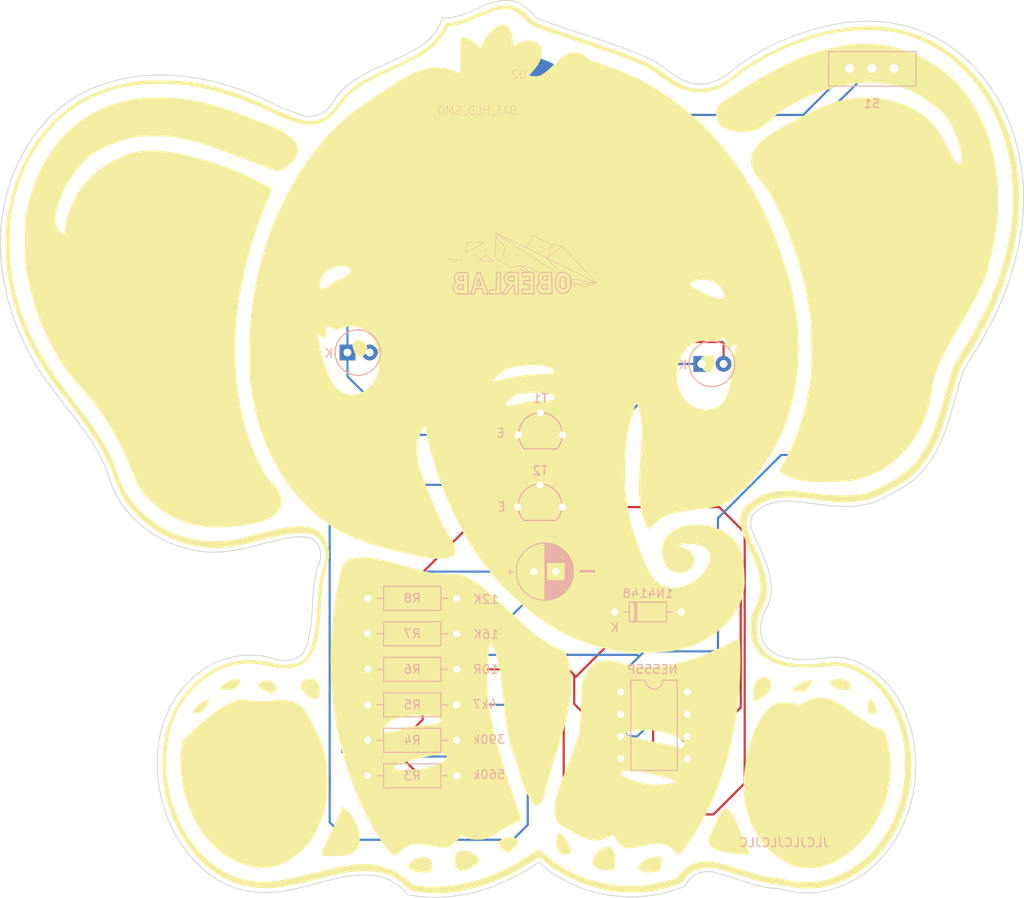
<source format=kicad_pcb>
(kicad_pcb (version 20241229) (generator "pcbnew") (generator_version "9.0")
  (layers (0 "F.Cu" signal) (2 "B.Cu" signal) (13 "F.Paste" user) (15 "B.Paste" user) (5 "F.SilkS" user "F.Silkscreen") (7 "B.SilkS" user "B.Silkscreen") (1 "F.Mask" user) (3 "B.Mask" user) (25 "Edge.Cuts" user))
  (net 0 "")
  (net 1 "Net-(D1-K)")
  (net 2 "Net-(D3-K)")
  (net 3 "Net-(D1-A)")
  (net 4 "Net-(D3-A)")
  (net 5 "Net-(Q1-C)")
  (net 6 "Net-(Q1-B)")
  (net 7 "Net-(Q2-C)")
  (net 8 "Net-(S1-E)")
  (net 9 "Net-(S1-A-Pad1)")
  (footprint "!Goody:LED_D3.0mm" (layer "F.Cu") (at 150.1 85.2)
    (property "Reference" "D1" (hide yes))
    (property "Value" "LED" (hide yes))
  )
  (footprint "!Goody:ob-logo_B.SilkS" (layer "F.Cu") (at 135 91.15)
    (property "Reference" "G***" (hide yes))
    (property "Value" "LOGO" (hide yes))
  )
  (footprint "!Goody:TO-92L_Wide" (layer "F.Cu") (at 129.16 101.54)
    (property "Reference" "T2")
    (property "Value" "Q_NPN_EBC" (hide yes))
  )
  (footprint "!Goody:TO-92L_Wide" (layer "F.Cu") (at 129.2 93.3)
    (property "Reference" "T1")
    (property "Value" "Q_NPN_EBC" (hide yes))
  )
  (footprint "!Goody:LED_D3.0mm" (layer "F.Cu") (at 109.725 83.9)
    (property "Reference" "D2" (hide yes))
    (property "Value" "LED" (hide yes))
  )
  (footprint "LOGO" (layer "F.Cu") (at 128.5 94.9)
    (property "Reference" "G***" (hide yes))
    (property "Value" "LOGO" (hide yes))
  )
  (footprint "LOGO" (layer "F.Cu") (at 129.2 93.3)
    (property "Reference" "G***" (hide yes))
    (property "Value" "LOGO" (hide yes))
  )
  (footprint "LOGO" (layer "F.Cu") (at 129.2 93.3)
    (property "Reference" "G***" (hide yes))
    (property "Value" "LOGO" (hide yes))
  )
  (footprint "LOGO" (layer "F.Cu") (at 129.2 93.3)
    (property "Reference" "G***" (hide yes))
    (property "Value" "LOGO" (hide yes))
  )
  (footprint "LOGO" (layer "F.Cu") (at 129.2 93.3)
    (property "Reference" "G***" (hide yes))
    (property "Value" "LOGO" (hide yes))
  )
  (footprint "LOGO" (layer "F.Cu") (at 129.2 93.3)
    (property "Reference" "G***" (hide yes))
    (property "Value" "LOGO" (hide yes))
  )
  (footprint "Resistor_THT:R_Axial_DIN0207_L6.3mm_D2.5mm_P10.16mm_Horizontal" (layer "B.Cu") (at 112.04 128.15)
    (property "Reference" "R4" (hide yes))
    (property "Value" "390k")
  )
  (footprint "Resistor_THT:R_Axial_DIN0207_L6.3mm_D2.5mm_P10.16mm_Horizontal" (layer "B.Cu") (at 112.04 120.05)
    (property "Reference" "R6" (hide yes))
    (property "Value" "10R")
  )
  (footprint "Resistor_THT:R_Axial_DIN0207_L6.3mm_D2.5mm_P10.16mm_Horizontal" (layer "B.Cu") (at 112.04 116)
    (property "Reference" "R7" (hide yes))
    (property "Value" "16K")
  )
  (footprint "LOGO" (layer "B.Cu") (at 135 92.557615 180)
    (property "Reference" "G***" (hide yes))
    (property "Value" "LOGO" (hide yes))
  )
  (footprint "Resistor_THT:R_Axial_DIN0207_L6.3mm_D2.5mm_P10.16mm_Horizontal" (layer "B.Cu") (at 112.04 111.95)
    (property "Reference" "R1off1" (hide yes))
    (property "Value" "12K")
  )
  (footprint "Resistor_THT:R_Axial_DIN0207_L6.3mm_D2.5mm_P10.16mm_Horizontal" (layer "B.Cu") (at 112.04 124.1)
    (property "Reference" "R5" (hide yes))
    (property "Value" "4k7")
  )
  (footprint "!Goody:1N4147_P7.62mm_Horizontal" (layer "B.Cu") (at 140.2 113.5)
    (property "Reference" "D3" (hide yes))
    (property "Value" "1N4148")
  )
  (footprint "Resistor_THT:R_Axial_DIN0207_L6.3mm_D2.5mm_P10.16mm_Horizontal" (layer "B.Cu") (at 112.04 132.2)
    (property "Reference" "R3" (hide yes))
    (property "Value" "560k")
  )
  (footprint "!Goody:C_Radial_D6.3mm_P2.50mm" (layer "B.Cu") (at 131 108.9)
    (property "Reference" "C1")
    (property "Value" "47uF")
  )
  (footprint "!Goody:Micro_SchalterKHF" (layer "B.Cu") (at 167.02 51.5)
    (property "Reference" "S1")
    (property "Value" "Micro_Schalter")
  )
  (footprint "Package_DIP:DIP-8_W7.62mm" (layer "B.Cu") (at 148.52 122.62 180)
    (property "Reference" "U1" (hide yes))
    (property "Value" "NE555P")
  )
  (footprint "!Goody:BAT-HLD-SMD-Blech" (layer "B.Cu") (at 129.054 58.824)
    (property "Reference" "U2")
    (property "Value" "BAT_HLD_SMD")
  )
  (gr_arc (start 129.843474 103.050245) (mid 131.666779 98.916274) (end 133.6 103) (stroke (width 0.15)) (layer "B.SilkS"))
  (gr_circle (center 151.305776 85.2) (end 153.605776 86.4) (stroke (width 0.15)) (fill no) (layer "B.SilkS"))
  (gr_line (start 129.843474 103.050245) (end 133.543474 103.050245) (stroke (width 0.15)) (layer "B.SilkS"))
  (gr_line (start 129.9 94.9) (end 133.6 94.9) (stroke (width 0.15)) (layer "B.SilkS"))
  (gr_arc (start 129.9 94.9) (mid 131.723305 90.766029) (end 133.656526 94.849755) (stroke (width 0.15)) (layer "B.SilkS"))
  (gr_circle (center 110.9 83.905776) (end 113.2 85.105776) (stroke (width 0.15)) (fill no) (layer "B.SilkS"))
  (gr_line (start 179.512 49.7317) (end 179.098 49.4087) (stroke (width 0.1)) (layer "Edge.Cuts"))
  (gr_line (start 114.5499 144.101) (end 114.9394 144.321) (stroke (width 0.1)) (layer "Edge.Cuts"))
  (gr_line (start 149.3288 53.2441) (end 148.9536 53.1679) (stroke (width 0.1)) (layer "Edge.Cuts"))
  (gr_line (start 132.9198 46.3329) (end 132.0707 46.0217) (stroke (width 0.1)) (layer "Edge.Cuts"))
  (gr_line (start 105.5587 115.0742) (end 105.4662 115.6994) (stroke (width 0.1)) (layer "Edge.Cuts"))
  (gr_line (start 167.6785 119.1277) (end 167.1533 118.9496) (stroke (width 0.1)) (layer "Edge.Cuts"))
  (gr_line (start 153.7977 51.5798) (end 153.5111 51.8262) (stroke (width 0.1)) (layer "Edge.Cuts"))
  (gr_line (start 128.2678 43.75517) (end 128.0076 43.73195) (stroke (width 0.1)) (layer "Edge.Cuts"))
  (gr_line (start 70.32841 74.5482) (end 70.41983 75.1919) (stroke (width 0.1)) (layer "Edge.Cuts"))
  (gr_line (start 130.9129 45.2849) (end 130.5541 44.9054) (stroke (width 0.1)) (layer "Edge.Cuts"))
  (gr_line (start 72.73391 82.6349) (end 73.31915 83.8025) (stroke (width 0.1)) (layer "Edge.Cuts"))
  (gr_line (start 77.00725 55.9401) (end 76.58963 56.2912) (stroke (width 0.1)) (layer "Edge.Cuts"))
  (gr_line (start 128.1494 144.052) (end 129.0308 143.603) (stroke (width 0.1)) (layer "Edge.Cuts"))
  (gr_line (start 91.0745 140.46) (end 91.378 140.865) (stroke (width 0.1)) (layer "Edge.Cuts"))
  (gr_line (start 186.871 66.1332) (end 186.859 65.4893) (stroke (width 0.1)) (layer "Edge.Cuts"))
  (gr_line (start 102.0826 105.2189) (end 102.6515 105.104) (stroke (width 0.1)) (layer "Edge.Cuts"))
  (gr_line (start 154.0694 51.3238) (end 153.7977 51.5798) (stroke (width 0.1)) (layer "Edge.Cuts"))
  (gr_line (start 111.3949 143.5) (end 111.9777 143.504) (stroke (width 0.1)) (layer "Edge.Cuts"))
  (gr_line (start 186.831 64.8452) (end 186.785 64.2012) (stroke (width 0.1)) (layer "Edge.Cuts"))
  (gr_line (start 155.8504 104.0789) (end 155.7915 103.8628) (stroke (width 0.1)) (layer "Edge.Cuts"))
  (gr_line (start 88.6693 135.442) (end 88.8154 135.93) (stroke (width 0.1)) (layer "Edge.Cuts"))
  (gr_line (start 178.282 91.8561) (end 178.695 90.4866) (stroke (width 0.1)) (layer "Edge.Cuts"))
  (gr_line (start 152.9173 143.586) (end 153.7785 143.859) (stroke (width 0.1)) (layer "Edge.Cuts"))
  (gr_line (start 163.2314 101.1972) (end 164.4393 101.3383) (stroke (width 0.1)) (layer "Edge.Cuts"))
  (gr_line (start 106.3888 108.1337) (end 106.208 108.7448) (stroke (width 0.1)) (layer "Edge.Cuts"))
  (gr_line (start 102.7836 119.0259) (end 102.3405 119.0215) (stroke (width 0.1)) (layer "Edge.Cuts"))
  (gr_line (start 95.2926 119.0366) (end 94.7084 119.2771) (stroke (width 0.1)) (layer "Edge.Cuts"))
  (gr_line (start 156.8737 115.7434) (end 156.8691 115.291) (stroke (width 0.1)) (layer "Edge.Cuts"))
  (gr_line (start 103.6439 118.8732) (end 103.4352 118.9341) (stroke (width 0.1)) (layer "Edge.Cuts"))
  (gr_line (start 80.2752 53.915) (end 79.7736 54.1516) (stroke (width 0.1)) (layer "Edge.Cuts"))
  (gr_line (start 184.575 77.4455) (end 185.033 76.2348) (stroke (width 0.1)) (layer "Edge.Cuts"))
  (gr_line (start 157.7198 112.7359) (end 157.8708 112.2921) (stroke (width 0.1)) (layer "Edge.Cuts"))
  (gr_line (start 98.4437 54.2378) (end 97.9547 54.0481) (stroke (width 0.1)) (layer "Edge.Cuts"))
  (gr_line (start 177.542 93.857) (end 177.809 93.1996) (stroke (width 0.1)) (layer "Edge.Cuts"))
  (gr_line (start 88.0431 130.422) (end 88.0359 130.9267) (stroke (width 0.1)) (layer "Edge.Cuts"))
  (gr_line (start 142.8596 145.986) (end 143.4182 145.951) (stroke (width 0.1)) (layer "Edge.Cuts"))
  (gr_line (start 70.45331 67.6192) (end 70.29663 68.6961) (stroke (width 0.1)) (layer "Edge.Cuts"))
  (gr_line (start 166.0653 118.7124) (end 165.5044 118.6578) (stroke (width 0.1)) (layer "Edge.Cuts"))
  (gr_line (start 181.064 84.2144) (end 181.739 83.1744) (stroke (width 0.1)) (layer "Edge.Cuts"))
  (gr_line (start 94.2234 106.6876) (end 94.7511 106.6872) (stroke (width 0.1)) (layer "Edge.Cuts"))
  (gr_line (start 107.7805 55.7458) (end 107.6123 55.9518) (stroke (width 0.1)) (layer "Edge.Cuts"))
  (gr_line (start 106.3156 105.7918) (end 106.4255 105.984) (stroke (width 0.1)) (layer "Edge.Cuts"))
  (gr_line (start 103.4352 118.9341) (end 103.2214 118.9792) (stroke (width 0.1)) (layer "Edge.Cuts"))
  (gr_line (start 88.1039 129.1056) (end 88.0572 129.7634) (stroke (width 0.1)) (layer "Edge.Cuts"))
  (gr_line (start 157.2254 117.0522) (end 157.0983 116.7878) (stroke (width 0.1)) (layer "Edge.Cuts"))
  (gr_line (start 82.3083 97.549) (end 82.5462 98.2723) (stroke (width 0.1)) (layer "Edge.Cuts"))
  (gr_line (start 104.3687 104.9339) (end 104.651 104.9452) (stroke (width 0.1)) (layer "Edge.Cuts"))
  (gr_line (start 143.1983 49.9451) (end 142.3616 49.5931) (stroke (width 0.1)) (layer "Edge.Cuts"))
  (gr_line (start 174.333 133.8717) (end 174.424 133.2805) (stroke (width 0.1)) (layer "Edge.Cuts"))
  (gr_line (start 147.5656 52.6057) (end 147.0946 52.3186) (stroke (width 0.1)) (layer "Edge.Cuts"))
  (gr_line (start 159.8828 118.7473) (end 159.5928 118.6778) (stroke (width 0.1)) (layer "Edge.Cuts"))
  (gr_line (start 185.465 58.2197) (end 185.076 57.2418) (stroke (width 0.1)) (layer "Edge.Cuts"))
  (gr_line (start 179.916 50.0668) (end 179.512 49.7317) (stroke (width 0.1)) (layer "Edge.Cuts"))
  (gr_line (start 70.52785 75.8332) (end 70.65219 76.4718) (stroke (width 0.1)) (layer "Edge.Cuts"))
  (gr_line (start 77.98401 90.5681) (end 78.9064 91.7609) (stroke (width 0.1)) (layer "Edge.Cuts"))
  (gr_line (start 179.857 86.3688) (end 180.115 85.8062) (stroke (width 0.1)) (layer "Edge.Cuts"))
  (gr_line (start 159.5928 118.6778) (end 159.3048 118.5926) (stroke (width 0.1)) (layer "Edge.Cuts"))
  (gr_line (start 99.6277 118.4745) (end 98.9997 118.4274) (stroke (width 0.1)) (layer "Edge.Cuts"))
  (gr_line (start 118.0944 48.9283) (end 117.7109 49.1862) (stroke (width 0.1)) (layer "Edge.Cuts"))
  (gr_line (start 157.6378 101.2721) (end 157.945 101.1581) (stroke (width 0.1)) (layer "Edge.Cuts"))
  (gr_line (start 73.70039 59.5457) (end 73.39685 60.0006) (stroke (width 0.1)) (layer "Edge.Cuts"))
  (gr_line (start 141.1808 145.979) (end 141.7403 146.001) (stroke (width 0.1)) (layer "Edge.Cuts"))
  (gr_line (start 106.1863 105.6128) (end 106.3156 105.7918) (stroke (width 0.1)) (layer "Edge.Cuts"))
  (gr_line (start 166.8509 101.4588) (end 167.4486 101.4312) (stroke (width 0.1)) (layer "Edge.Cuts"))
  (gr_line (start 169.817 46.1167) (end 168.974 46.0991) (stroke (width 0.1)) (layer "Edge.Cuts"))
  (gr_line (start 105.8706 105.3033) (end 106.0379 105.4492) (stroke (width 0.1)) (layer "Edge.Cuts"))
  (gr_line (start 96.4999 118.6706) (end 95.8906 118.8341) (stroke (width 0.1)) (layer "Edge.Cuts"))
  (gr_line (start 129.8905 143.117) (end 130.7266 142.596) (stroke (width 0.1)) (layer "Edge.Cuts"))
  (gr_line (start 159.5533 100.8622) (end 159.8795 100.8535) (stroke (width 0.1)) (layer "Edge.Cuts"))
  (gr_line (start 71.50925 79.6118) (end 71.72586 80.227) (stroke (width 0.1)) (layer "Edge.Cuts"))
  (gr_line (start 174.087 135.042) (end 174.221 134.4591) (stroke (width 0.1)) (layer "Edge.Cuts"))
  (gr_line (start 91.5993 121.4652) (end 91.1448 121.9445) (stroke (width 0.1)) (layer "Edge.Cuts"))
  (gr_line (start 127.7439 43.72933) (end 127.2693 43.75926) (stroke (width 0.1)) (layer "Edge.Cuts"))
  (gr_line (start 158.0738 110.9472) (end 158.0679 110.4969) (stroke (width 0.1)) (layer "Edge.Cuts"))
  (gr_line (start 117.7109 49.1862) (end 117.3155 49.4282) (stroke (width 0.1)) (layer "Edge.Cuts"))
  (gr_line (start 156.9169 114.8428) (end 157.0109 114.401) (stroke (width 0.1)) (layer "Edge.Cuts"))
  (gr_line (start 172.327 123.0034) (end 172.008 122.5475) (stroke (width 0.1)) (layer "Edge.Cuts"))
  (gr_line (start 91.7949 106.3732) (end 92.6357 106.5274) (stroke (width 0.1)) (layer "Edge.Cuts"))
  (gr_line (start 171.856 99.9909) (end 172.591 99.5903) (stroke (width 0.1)) (layer "Edge.Cuts"))
  (gr_line (start 161.04 145.502) (end 161.4469 145.539) (stroke (width 0.1)) (layer "Edge.Cuts"))
  (gr_line (start 151.517 143.191) (end 151.7876 143.258) (stroke (width 0.1)) (layer "Edge.Cuts"))
  (gr_line (start 73.39685 60.0006) (end 73.10637 60.4645) (stroke (width 0.1)) (layer "Edge.Cuts"))
  (gr_line (start 97.9547 54.0481) (end 97.4601 53.8731) (stroke (width 0.1)) (layer "Edge.Cuts"))
  (gr_line (start 142.3616 49.5931) (end 141.5173 49.2595) (stroke (width 0.1)) (layer "Edge.Cuts"))
  (gr_line (start 157.0014 116.5032) (end 156.9373 116.1981) (stroke (width 0.1)) (layer "Edge.Cuts"))
  (gr_line (start 150.1278 143.221) (end 150.4019 143.167) (stroke (width 0.1)) (layer "Edge.Cuts"))
  (gr_line (start 124.4488 145.434) (end 125.3961 145.155) (stroke (width 0.1)) (layer "Edge.Cuts"))
  (gr_line (start 88.0572 129.7634) (end 88.0431 130.422) (stroke (width 0.1)) (layer "Edge.Cuts"))
  (gr_line (start 159.3048 118.5926) (end 159.0213 118.4913) (stroke (width 0.1)) (layer "Edge.Cuts"))
  (gr_line (start 186.807 68.0619) (end 186.844 67.4197) (stroke (width 0.1)) (layer "Edge.Cuts"))
  (gr_line (start 177.809 93.1996) (end 178.055 92.532) (stroke (width 0.1)) (layer "Edge.Cuts"))
  (gr_line (start 186.1 60.2239) (end 185.807 59.2148) (stroke (width 0.1)) (layer "Edge.Cuts"))
  (gr_line (start 164.6872 145.235) (end 165.4751 145.005) (stroke (width 0.1)) (layer "Edge.Cuts"))
  (gr_line (start 119.7359 47.3649) (end 119.4537 47.7175) (stroke (width 0.1)) (layer "Edge.Cuts"))
  (gr_line (start 110.2232 53.0483) (end 109.7775 53.3919) (stroke (width 0.1)) (layer "Edge.Cuts"))
  (gr_line (start 123.4903 145.665) (end 124.4488 145.434) (stroke (width 0.1)) (layer "Edge.Cuts"))
  (gr_line (start 85.1549 102.6519) (end 85.7657 103.2511) (stroke (width 0.1)) (layer "Edge.Cuts"))
  (gr_line (start 135.7583 144.736) (end 136.2762 144.943) (stroke (width 0.1)) (layer "Edge.Cuts"))
  (gr_line (start 81.0228 94.8475) (end 81.3878 95.4979) (stroke (width 0.1)) (layer "Edge.Cuts"))
  (gr_line (start 169.716 142.535) (end 170.305 141.966) (stroke (width 0.1)) (layer "Edge.Cuts"))
  (gr_line (start 159.1824 48.3848) (end 158.5109 48.6936) (stroke (width 0.1)) (layer "Edge.Cuts"))
  (gr_line (start 156.9373 116.1981) (end 156.8977 115.9706) (stroke (width 0.1)) (layer "Edge.Cuts"))
  (gr_line (start 158.1267 145.012) (end 158.5774 145.043) (stroke (width 0.1)) (layer "Edge.Cuts"))
  (gr_line (start 157.8708 112.2921) (end 157.9782 111.8455) (stroke (width 0.1)) (layer "Edge.Cuts"))
  (gr_line (start 127.7439 43.72933) (end 127.7439 43.72933) (stroke (width 0.1)) (layer "Edge.Cuts"))
  (gr_line (start 182.348 82.0965) (end 182.958 80.9661) (stroke (width 0.1)) (layer "Edge.Cuts"))
  (gr_line (start 151.7876 143.258) (end 152.0496 143.35) (stroke (width 0.1)) (layer "Edge.Cuts"))
  (gr_line (start 134.6332 46.9237) (end 132.9198 46.3329) (stroke (width 0.1)) (layer "Edge.Cuts"))
  (gr_line (start 174.494 132.6864) (end 174.542 132.0901) (stroke (width 0.1)) (layer "Edge.Cuts"))
  (gr_line (start 98.9997 118.4274) (end 98.3704 118.4245) (stroke (width 0.1)) (layer "Edge.Cuts"))
  (gr_line (start 178.055 92.532) (end 178.282 91.8561) (stroke (width 0.1)) (layer "Edge.Cuts"))
  (gr_line (start 100.3094 145.504) (end 100.9088 145.492) (stroke (width 0.1)) (layer "Edge.Cuts"))
  (gr_line (start 110.8121 143.53) (end 111.3949 143.5) (stroke (width 0.1)) (layer "Edge.Cuts"))
  (gr_line (start 186.866 66.7768) (end 186.871 66.1332) (stroke (width 0.1)) (layer "Edge.Cuts"))
  (gr_line (start 89.547 137.831) (end 89.7661 138.29) (stroke (width 0.1)) (layer "Edge.Cuts"))
  (gr_line (start 89.9637 123.5242) (end 89.6313 124.0919) (stroke (width 0.1)) (layer "Edge.Cuts"))
  (gr_line (start 93.2591 52.723) (end 92.1693 52.5285) (stroke (width 0.1)) (layer "Edge.Cuts"))
  (gr_line (start 173.653 98.9294) (end 173.99 98.6879) (stroke (width 0.1)) (layer "Edge.Cuts"))
  (gr_line (start 108.5814 54.579) (end 108.239 55.0346) (stroke (width 0.1)) (layer "Edge.Cuts"))
  (gr_line (start 148.5504 144.263) (end 148.7211 144.045) (stroke (width 0.1)) (layer "Edge.Cuts"))
  (gr_line (start 166.2463 144.719) (end 166.997 144.379) (stroke (width 0.1)) (layer "Edge.Cuts"))
  (gr_line (start 150.9609 143.13) (end 151.2406 143.148) (stroke (width 0.1)) (layer "Edge.Cuts"))
  (gr_line (start 127.7439 43.72933) (end 127.7439 43.72933) (stroke (width 0.1)) (layer "Edge.Cuts"))
  (gr_line (start 73.95565 84.9424) (end 74.64127 86.0523) (stroke (width 0.1)) (layer "Edge.Cuts"))
  (gr_line (start 82.6834 98.6832) (end 82.8367 99.0866) (stroke (width 0.1)) (layer "Edge.Cuts"))
  (gr_line (start 92.0838 121.0127) (end 91.5993 121.4652) (stroke (width 0.1)) (layer "Edge.Cuts"))
  (gr_line (start 172.561 138.918) (end 172.842 138.392) (stroke (width 0.1)) (layer "Edge.Cuts"))
  (gr_line (start 88.4217 134.4534) (end 88.538 134.95) (stroke (width 0.1)) (layer "Edge.Cuts"))
  (gr_line (start 145.6286 145.618) (end 146.1719 145.487) (stroke (width 0.1)) (layer "Edge.Cuts"))
  (gr_line (start 105.8832 110.6206) (end 105.8257 111.2557) (stroke (width 0.1)) (layer "Edge.Cuts"))
  (gr_line (start 163.3585 46.909) (end 162.6474 47.1087) (stroke (width 0.1)) (layer "Edge.Cuts"))
  (gr_line (start 149.7041 53.2824) (end 149.3288 53.2441) (stroke (width 0.1)) (layer "Edge.Cuts"))
  (gr_line (start 155.7915 103.8628) (end 155.7492 103.6468) (stroke (width 0.1)) (layer "Edge.Cuts"))
  (gr_line (start 71.26173 64.4383) (end 70.93648 65.4862) (stroke (width 0.1)) (layer "Edge.Cuts"))
  (gr_line (start 106.0462 56.8846) (end 105.7882 56.9346) (stroke (width 0.1)) (layer "Edge.Cuts"))
  (gr_line (start 148.3153 52.9599) (end 148.0586 52.854) (stroke (width 0.1)) (layer "Edge.Cuts"))
  (gr_line (start 88.3206 133.9542) (end 88.4217 134.4534) (stroke (width 0.1)) (layer "Edge.Cuts"))
  (gr_line (start 78.9064 91.7609) (end 79.7983 92.97) (stroke (width 0.1)) (layer "Edge.Cuts"))
  (gr_line (start 160.8414 100.917) (end 162.0301 101.0458) (stroke (width 0.1)) (layer "Edge.Cuts"))
  (gr_line (start 186.686 69.3428) (end 186.754 68.703) (stroke (width 0.1)) (layer "Edge.Cuts"))
  (gr_line (start 129.2626 44.03448) (end 129.0219 43.93864) (stroke (width 0.1)) (layer "Edge.Cuts"))
  (gr_line (start 77.05702 89.3766) (end 77.98401 90.5681) (stroke (width 0.1)) (layer "Edge.Cuts"))
  (gr_line (start 166.4507 46.2714) (end 165.6187 46.4016) (stroke (width 0.1)) (layer "Edge.Cuts"))
  (gr_line (start 167.4486 101.4312) (end 168.0428 101.3725) (stroke (width 0.1)) (layer "Edge.Cuts"))
  (gr_line (start 99.1161 145.444) (end 99.7114 145.488) (stroke (width 0.1)) (layer "Edge.Cuts"))
  (gr_line (start 70.79258 77.1072) (end 70.94875 77.7393) (stroke (width 0.1)) (layer "Edge.Cuts"))
  (gr_line (start 170.305 141.966) (end 170.85 141.359) (stroke (width 0.1)) (layer "Edge.Cuts"))
  (gr_line (start 165.6477 101.4364) (end 166.2504 101.4591) (stroke (width 0.1)) (layer "Edge.Cuts"))
  (gr_line (start 139.8107 48.6362) (end 138.0882 48.0536) (stroke (width 0.1)) (layer "Edge.Cuts"))
  (gr_line (start 119.1456 48.049) (end 118.8145 48.3607) (stroke (width 0.1)) (layer "Edge.Cuts"))
  (gr_line (start 97.4601 53.8731) (end 96.9588 53.7152) (stroke (width 0.1)) (layer "Edge.Cuts"))
  (gr_line (start 108.9538 54.1549) (end 108.5814 54.579) (stroke (width 0.1)) (layer "Edge.Cuts"))
  (gr_line (start 105.7882 56.9346) (end 105.5271 56.9613) (stroke (width 0.1)) (layer "Edge.Cuts"))
  (gr_line (start 118.4632 48.6534) (end 118.0944 48.9283) (stroke (width 0.1)) (layer "Edge.Cuts"))
  (gr_line (start 94.3378 52.9637) (end 93.2591 52.723) (stroke (width 0.1)) (layer "Edge.Cuts"))
  (gr_line (start 173.756 136.19) (end 173.932 135.619) (stroke (width 0.1)) (layer "Edge.Cuts"))
  (gr_line (start 93.8809 143.361) (end 94.2913 143.662) (stroke (width 0.1)) (layer "Edge.Cuts"))
  (gr_line (start 127.2484 144.462) (end 128.1494 144.052) (stroke (width 0.1)) (layer "Edge.Cuts"))
  (gr_line (start 106.6353 106.617) (end 106.6644 106.8393) (stroke (width 0.1)) (layer "Edge.Cuts"))
  (gr_line (start 173.148 46.5786) (end 172.326 46.4031) (stroke (width 0.1)) (layer "Edge.Cuts"))
  (gr_line (start 132.0707 46.0217) (end 131.2283 45.6961) (stroke (width 0.1)) (layer "Edge.Cuts"))
  (gr_line (start 162.9784 118.9044) (end 162.3482 118.949) (stroke (width 0.1)) (layer "Edge.Cuts"))
  (gr_line (start 157.5054 113.1328) (end 157.7198 112.7359) (stroke (width 0.1)) (layer "Edge.Cuts"))
  (gr_line (start 106.5684 107.7247) (end 106.4898 107.9339) (stroke (width 0.1)) (layer "Edge.Cuts"))
  (gr_line (start 173.409 125.0796) (end 173.169 124.5333) (stroke (width 0.1)) (layer "Edge.Cuts"))
  (gr_line (start 157.1931 49.3628) (end 156.5479 49.7226) (stroke (width 0.1)) (layer "Edge.Cuts"))
  (gr_line (start 157.6211 108.266) (end 157.4691 107.8293) (stroke (width 0.1)) (layer "Edge.Cuts"))
  (gr_line (start 147.0946 52.3186) (end 146.6391 52.0044) (stroke (width 0.1)) (layer "Edge.Cuts"))
  (gr_line (start 88.8209 125.8922) (end 88.6137 126.5186) (stroke (width 0.1)) (layer "Edge.Cuts"))
  (gr_line (start 110.2294 143.59) (end 110.8121 143.53) (stroke (width 0.1)) (layer "Edge.Cuts"))
  (gr_line (start 146.6391 52.0044) (end 145.7491 51.3424) (stroke (width 0.1)) (layer "Edge.Cuts"))
  (gr_line (start 83.602 100.6193) (end 83.829 100.9812) (stroke (width 0.1)) (layer "Edge.Cuts"))
  (gr_line (start 153.2107 52.0609) (end 152.8976 52.2816) (stroke (width 0.1)) (layer "Edge.Cuts"))
  (gr_line (start 75.41128 57.424) (end 75.04359 57.8263) (stroke (width 0.1)) (layer "Edge.Cuts"))
  (gr_line (start 172.907 123.9968) (end 172.622 123.4709) (stroke (width 0.1)) (layer "Edge.Cuts"))
  (gr_line (start 181.061 51.1412) (end 180.69 50.772) (stroke (width 0.1)) (layer "Edge.Cuts"))
  (gr_line (start 121.9604 45.618) (end 121.5012 45.6982) (stroke (width 0.1)) (layer "Edge.Cuts"))
  (gr_line (start 165.0438 101.3948) (end 165.6477 101.4364) (stroke (width 0.1)) (layer "Edge.Cuts"))
  (gr_line (start 92.3703 142.012) (end 92.7281 142.369) (stroke (width 0.1)) (layer "Edge.Cuts"))
  (gr_line (start 107.2253 56.3136) (end 107.0102 56.4676) (stroke (width 0.1)) (layer "Edge.Cuts"))
  (gr_line (start 70.29663 68.6961) (end 70.22661 69.3477) (stroke (width 0.1)) (layer "Edge.Cuts"))
  (gr_line (start 94.1406 119.5545) (end 93.5918 119.8678) (stroke (width 0.1)) (layer "Edge.Cuts"))
  (gr_line (start 131.2283 45.6961) (end 130.9129 45.2849) (stroke (width 0.1)) (layer "Edge.Cuts"))
  (gr_line (start 106.208 108.7448) (end 106.0678 109.3638) (stroke (width 0.1)) (layer "Edge.Cuts"))
  (gr_line (start 75.79156 57.0337) (end 75.41128 57.424) (stroke (width 0.1)) (layer "Edge.Cuts"))
  (gr_line (start 83.9324 52.7104) (end 83.3969 52.8355) (stroke (width 0.1)) (layer "Edge.Cuts"))
  (gr_line (start 186.859 65.4893) (end 186.831 64.8452) (stroke (width 0.1)) (layer "Edge.Cuts"))
  (gr_line (start 150.0784 53.285) (end 149.7041 53.2824) (stroke (width 0.1)) (layer "Edge.Cuts"))
  (gr_line (start 164.4393 101.3383) (end 165.0438 101.3948) (stroke (width 0.1)) (layer "Edge.Cuts"))
  (gr_line (start 179.076 89.1057) (end 179.454 87.7282) (stroke (width 0.1)) (layer "Edge.Cuts"))
  (gr_line (start 104.651 104.9452) (end 104.9307 104.9713) (stroke (width 0.1)) (layer "Edge.Cuts"))
  (gr_line (start 120.5677 146.052) (end 121.5476 145.977) (stroke (width 0.1)) (layer "Edge.Cuts"))
  (gr_line (start 116.9111 49.6553) (end 116.086 50.069) (stroke (width 0.1)) (layer "Edge.Cuts"))
  (gr_line (start 87.1048 104.321) (end 87.8257 104.7882) (stroke (width 0.1)) (layer "Edge.Cuts"))
  (gr_line (start 90.7206 122.4486) (end 90.3268 122.9758) (stroke (width 0.1)) (layer "Edge.Cuts"))
  (gr_line (start 119.9895 46.9905) (end 119.7359 47.3649) (stroke (width 0.1)) (layer "Edge.Cuts"))
  (gr_line (start 104.7206 118.1196) (end 104.5683 118.2964) (stroke (width 0.1)) (layer "Edge.Cuts"))
  (gr_line (start 148.4048 144.505) (end 148.5504 144.263) (stroke (width 0.1)) (layer "Edge.Cuts"))
  (gr_line (start 105.6265 114.4435) (end 105.5587 115.0742) (stroke (width 0.1)) (layer "Edge.Cuts"))
  (gr_line (start 92.026 141.641) (end 92.3703 142.012) (stroke (width 0.1)) (layer "Edge.Cuts"))
  (gr_line (start 159.033 145.048) (end 159.429 145.176) (stroke (width 0.1)) (layer "Edge.Cuts"))
  (gr_line (start 135.2483 144.509) (end 135.7583 144.736) (stroke (width 0.1)) (layer "Edge.Cuts"))
  (gr_line (start 157.1445 113.9674) (end 157.3115 113.544) (stroke (width 0.1)) (layer "Edge.Cuts"))
  (gr_line (start 103.2249 105.011) (end 103.7987 104.9508) (stroke (width 0.1)) (layer "Edge.Cuts"))
  (gr_line (start 94.7084 119.2771) (end 94.1406 119.5545) (stroke (width 0.1)) (layer "Edge.Cuts"))
  (gr_line (start 93.0643 120.2159) (end 92.5608 120.5979) (stroke (width 0.1)) (layer "Edge.Cuts"))
  (gr_line (start 88.5758 105.2077) (end 89.3515 105.5778) (stroke (width 0.1)) (layer "Edge.Cuts"))
  (gr_line (start 157.4691 107.8293) (end 157.3031 107.3975) (stroke (width 0.1)) (layer "Edge.Cuts"))
  (gr_line (start 114.9394 144.321) (end 115.3128 144.568) (stroke (width 0.1)) (layer "Edge.Cuts"))
  (gr_line (start 151.2406 143.148) (end 151.517 143.191) (stroke (width 0.1)) (layer "Edge.Cuts"))
  (gr_line (start 119.4537 47.7175) (end 119.1456 48.049) (stroke (width 0.1)) (layer "Edge.Cuts"))
  (gr_line (start 104.2274 118.5856) (end 104.0413 118.7) (stroke (width 0.1)) (layer "Edge.Cuts"))
  (gr_line (start 155.7266 103.4316) (end 155.7267 103.2178) (stroke (width 0.1)) (layer "Edge.Cuts"))
  (gr_line (start 130.5541 44.9054) (end 130.1564 44.56522) (stroke (width 0.1)) (layer "Edge.Cuts"))
  (gr_line (start 70.134 71.9549) (end 70.15637 72.6053) (stroke (width 0.1)) (layer "Edge.Cuts"))
  (gr_line (start 155.2872 50.4913) (end 154.6727 50.8997) (stroke (width 0.1)) (layer "Edge.Cuts"))
  (gr_line (start 107.9031 144.044) (end 109.0649 143.782) (stroke (width 0.1)) (layer "Edge.Cuts"))
  (gr_line (start 105.0022 56.9411) (end 104.7421 56.8924) (stroke (width 0.1)) (layer "Edge.Cuts"))
  (gr_line (start 174.221 134.4591) (end 174.333 133.8717) (stroke (width 0.1)) (layer "Edge.Cuts"))
  (gr_line (start 169.631 120.1834) (end 169.167 119.8725) (stroke (width 0.1)) (layer "Edge.Cuts"))
  (gr_line (start 117.618 145.933) (end 118.1091 145.99) (stroke (width 0.1)) (layer "Edge.Cuts"))
  (gr_line (start 174.556 130.2971) (end 174.518 129.7009) (stroke (width 0.1)) (layer "Edge.Cuts"))
  (gr_line (start 113.7234 143.757) (end 114.1444 143.912) (stroke (width 0.1)) (layer "Edge.Cuts"))
  (gr_line (start 116.086 50.069) (end 115.2581 50.4351) (stroke (width 0.1)) (layer "Edge.Cuts"))
  (gr_line (start 70.1756 69.9997) (end 70.14335 70.6517) (stroke (width 0.1)) (layer "Edge.Cuts"))
  (gr_line (start 168.421 143.549) (end 169.087 143.064) (stroke (width 0.1)) (layer "Edge.Cuts"))
  (gr_line (start 110.6877 52.7267) (end 110.2232 53.0483) (stroke (width 0.1)) (layer "Edge.Cuts"))
  (gr_line (start 70.15637 72.6053) (end 70.19641 73.2545) (stroke (width 0.1)) (layer "Edge.Cuts"))
  (gr_line (start 84.5883 102.0123) (end 84.8659 102.337) (stroke (width 0.1)) (layer "Edge.Cuts"))
  (gr_line (start 186.785 64.2012) (end 186.722 63.5574) (stroke (width 0.1)) (layer "Edge.Cuts"))
  (gr_line (start 105.1816 116.9284) (end 104.9764 117.5294) (stroke (width 0.1)) (layer "Edge.Cuts"))
  (gr_line (start 88.1086 132.444) (end 88.1639 132.9489) (stroke (width 0.1)) (layer "Edge.Cuts"))
  (gr_line (start 185.033 76.2348) (end 185.447 75.0083) (stroke (width 0.1)) (layer "Edge.Cuts"))
  (gr_line (start 168.0428 101.3725) (end 168.633 101.2784) (stroke (width 0.1)) (layer "Edge.Cuts"))
  (gr_line (start 92.7281 142.369) (end 93.0992 142.714) (stroke (width 0.1)) (layer "Edge.Cuts"))
  (gr_line (start 145.0809 145.73) (end 145.6286 145.618) (stroke (width 0.1)) (layer "Edge.Cuts"))
  (gr_line (start 169.217 101.1448) (end 169.796 100.9677) (stroke (width 0.1)) (layer "Edge.Cuts"))
  (gr_line (start 155.4972 144.428) (end 156.3628 144.68) (stroke (width 0.1)) (layer "Edge.Cuts"))
  (gr_line (start 162.0301 101.0458) (end 163.2314 101.1972) (stroke (width 0.1)) (layer "Edge.Cuts"))
  (gr_line (start 76.1512 88.1714) (end 77.05702 89.3766) (stroke (width 0.1)) (layer "Edge.Cuts"))
  (gr_line (start 157.9637 109.5982) (end 157.8714 109.1512) (stroke (width 0.1)) (layer "Edge.Cuts"))
  (gr_line (start 82.8367 99.0866) (end 83.0057 99.4821) (stroke (width 0.1)) (layer "Edge.Cuts"))
  (gr_line (start 159.8618 48.0935) (end 159.1824 48.3848) (stroke (width 0.1)) (layer "Edge.Cuts"))
  (gr_line (start 180.69 50.772) (end 180.308 50.4137) (stroke (width 0.1)) (layer "Edge.Cuts"))
  (gr_line (start 174.457 129.1068) (end 174.374 128.5157) (stroke (width 0.1)) (layer "Edge.Cuts"))
  (gr_line (start 126.3299 144.83) (end 127.2484 144.462) (stroke (width 0.1)) (layer "Edge.Cuts"))
  (gr_line (start 120.2116 46.5931) (end 119.9895 46.9905) (stroke (width 0.1)) (layer "Edge.Cuts"))
  (gr_line (start 158.0679 110.4969) (end 158.0302 110.047) (stroke (width 0.1)) (layer "Edge.Cuts"))
  (gr_line (start 96.2329 144.746) (end 96.7921 144.954) (stroke (width 0.1)) (layer "Edge.Cuts"))
  (gr_line (start 77.43718 55.6029) (end 77.00725 55.9401) (stroke (width 0.1)) (layer "Edge.Cuts"))
  (gr_line (start 113.1421 143.628) (end 113.7234 143.757) (stroke (width 0.1)) (layer "Edge.Cuts"))
  (gr_line (start 156.7989 144.789) (end 157.2379 144.882) (stroke (width 0.1)) (layer "Edge.Cuts"))
  (gr_line (start 160.2301 145.376) (end 160.6342 145.448) (stroke (width 0.1)) (layer "Edge.Cuts"))
  (gr_line (start 102.1053 145.393) (end 102.6996 145.308) (stroke (width 0.1)) (layer "Edge.Cuts"))
  (gr_line (start 159.429 145.176) (end 159.8283 145.285) (stroke (width 0.1)) (layer "Edge.Cuts"))
  (gr_line (start 140.0658 145.88) (end 140.6224 145.939) (stroke (width 0.1)) (layer "Edge.Cuts"))
  (gr_line (start 149.8607 143.3) (end 150.1278 143.221) (stroke (width 0.1)) (layer "Edge.Cuts"))
  (gr_line (start 108.239 55.0346) (end 107.9294 55.5243) (stroke (width 0.1)) (layer "Edge.Cuts"))
  (gr_line (start 180.729 84.7349) (end 181.064 84.2144) (stroke (width 0.1)) (layer "Edge.Cuts"))
  (gr_line (start 70.93648 65.4862) (end 70.6668 66.5479) (stroke (width 0.1)) (layer "Edge.Cuts"))
  (gr_line (start 157.8476 49.0197) (end 157.1931 49.3628) (stroke (width 0.1)) (layer "Edge.Cuts"))
  (gr_line (start 174.374 128.5157) (end 174.269 127.9284) (stroke (width 0.1)) (layer "Edge.Cuts"))
  (gr_line (start 71.95689 80.8373) (end 72.20209 81.4422) (stroke (width 0.1)) (layer "Edge.Cuts"))
  (gr_line (start 158.9013 100.9283) (end 159.2268 100.8869) (stroke (width 0.1)) (layer "Edge.Cuts"))
  (gr_line (start 157.9782 111.8455) (end 158.0449 111.397) (stroke (width 0.1)) (layer "Edge.Cuts"))
  (gr_line (start 168.1898 119.3424) (end 167.6785 119.1277) (stroke (width 0.1)) (layer "Edge.Cuts"))
  (gr_line (start 91.0711 52.3818) (end 89.9676 52.2846) (stroke (width 0.1)) (layer "Edge.Cuts"))
  (gr_line (start 148.7211 144.045) (end 148.9143 143.849) (stroke (width 0.1)) (layer "Edge.Cuts"))
  (gr_line (start 109.6469 143.675) (end 110.2294 143.59) (stroke (width 0.1)) (layer "Edge.Cuts"))
  (gr_line (start 168.686 119.5914) (end 168.1898 119.3424) (stroke (width 0.1)) (layer "Edge.Cuts"))
  (gr_line (start 104.9307 104.9713) (end 105.2074 105.0136) (stroke (width 0.1)) (layer "Edge.Cuts"))
  (gr_line (start 84.0694 101.3342) (end 84.3226 101.678) (stroke (width 0.1)) (layer "Edge.Cuts"))
  (gr_line (start 148.0586 52.854) (end 147.5656 52.6057) (stroke (width 0.1)) (layer "Edge.Cuts"))
  (gr_line (start 174.759 47.0535) (end 173.959 46.7952) (stroke (width 0.1)) (layer "Edge.Cuts"))
  (gr_line (start 180.409 85.2635) (end 180.729 84.7349) (stroke (width 0.1)) (layer "Edge.Cuts"))
  (gr_line (start 94.2913 143.662) (end 94.7147 143.948) (stroke (width 0.1)) (layer "Edge.Cuts"))
  (gr_line (start 152.0496 143.35) (end 152.9173 143.586) (stroke (width 0.1)) (layer "Edge.Cuts"))
  (gr_line (start 89.3423 137.365) (end 89.547 137.831) (stroke (width 0.1)) (layer "Edge.Cuts"))
  (gr_line (start 122.855 45.3572) (end 122.4112 45.5021) (stroke (width 0.1)) (layer "Edge.Cuts"))
  (gr_line (start 95.1509 144.218) (end 95.6853 144.501) (stroke (width 0.1)) (layer "Edge.Cuts"))
  (gr_line (start 98.525 145.37) (end 99.1161 145.444) (stroke (width 0.1)) (layer "Edge.Cuts"))
  (gr_line (start 86.6539 52.3071) (end 85.558 52.4248) (stroke (width 0.1)) (layer "Edge.Cuts"))
  (gr_line (start 170.85 141.359) (end 171.233 140.899) (stroke (width 0.1)) (layer "Edge.Cuts"))
  (gr_line (start 143.4182 145.951) (end 143.975 145.896) (stroke (width 0.1)) (layer "Edge.Cuts"))
  (gr_line (start 155.9124 50.0989) (end 155.2872 50.4913) (stroke (width 0.1)) (layer "Edge.Cuts"))
  (gr_line (start 178.237 48.8007) (end 177.791 48.5164) (stroke (width 0.1)) (layer "Edge.Cuts"))
  (gr_line (start 174.574 130.8946) (end 174.556 130.2971) (stroke (width 0.1)) (layer "Edge.Cuts"))
  (gr_line (start 106.6725 107.0635) (end 106.6594 107.2873) (stroke (width 0.1)) (layer "Edge.Cuts"))
  (gr_line (start 96.4499 53.577) (end 95.4023 53.2489) (stroke (width 0.1)) (layer "Edge.Cuts"))
  (gr_line (start 157.0983 116.7878) (end 157.0014 116.5032) (stroke (width 0.1)) (layer "Edge.Cuts"))
  (gr_line (start 120.5505 45.7254) (end 120.3996 46.1717) (stroke (width 0.1)) (layer "Edge.Cuts"))
  (gr_line (start 70.22661 69.3477) (end 70.1756 69.9997) (stroke (width 0.1)) (layer "Edge.Cuts"))
  (gr_line (start 179.454 87.7282) (end 179.857 86.3688) (stroke (width 0.1)) (layer "Edge.Cuts"))
  (gr_line (start 75.37384 87.1294) (end 76.1512 88.1714) (stroke (width 0.1)) (layer "Edge.Cuts"))
  (gr_line (start 92.1693 52.5285) (end 91.0711 52.3818) (stroke (width 0.1)) (layer "Edge.Cuts"))
  (gr_line (start 182.057 82.6431) (end 182.348 82.0965) (stroke (width 0.1)) (layer "Edge.Cuts"))
  (gr_line (start 150.6805 143.136) (end 150.9609 143.13) (stroke (width 0.1)) (layer "Edge.Cuts"))
  (gr_line (start 148.5798 53.0516) (end 148.3153 52.9599) (stroke (width 0.1)) (layer "Edge.Cuts"))
  (gr_line (start 160.7735 118.8931) (end 160.4585 118.8406) (stroke (width 0.1)) (layer "Edge.Cuts"))
  (gr_line (start 150.8194 53.1918) (end 150.4506 53.254) (stroke (width 0.1)) (layer "Edge.Cuts"))
  (gr_line (start 172.26 139.433) (end 172.561 138.918) (stroke (width 0.1)) (layer "Edge.Cuts"))
  (gr_line (start 103.2892 145.202) (end 103.8726 145.075) (stroke (width 0.1)) (layer "Edge.Cuts"))
  (gr_line (start 173.34 137.309) (end 173.559 136.753) (stroke (width 0.1)) (layer "Edge.Cuts"))
  (gr_line (start 107.9294 55.5243) (end 107.7805 55.7458) (stroke (width 0.1)) (layer "Edge.Cuts"))
  (gr_line (start 159.8795 100.8535) (end 160.2038 100.8601) (stroke (width 0.1)) (layer "Edge.Cuts"))
  (gr_line (start 128.0076 43.73195) (end 127.7439 43.72933) (stroke (width 0.1)) (layer "Edge.Cuts"))
  (gr_line (start 89.6313 124.0919) (end 89.3299 124.677) (stroke (width 0.1)) (layer "Edge.Cuts"))
  (gr_line (start 160.4585 118.8406) (end 159.8828 118.7473) (stroke (width 0.1)) (layer "Edge.Cuts"))
  (gr_line (start 157.7562 108.7069) (end 157.6211 108.266) (stroke (width 0.1)) (layer "Edge.Cuts"))
  (gr_line (start 94.7147 143.948) (end 95.1509 144.218) (stroke (width 0.1)) (layer "Edge.Cuts"))
  (gr_line (start 174.936 97.8819) (end 175.223 97.5817) (stroke (width 0.1)) (layer "Edge.Cuts"))
  (gr_line (start 159.0213 118.4913) (end 158.745 118.3735) (stroke (width 0.1)) (layer "Edge.Cuts"))
  (gr_line (start 85.0134 52.5052) (end 84.4714 52.6003) (stroke (width 0.1)) (layer "Edge.Cuts"))
  (gr_line (start 156.252 102.1491) (end 156.5044 101.9307) (stroke (width 0.1)) (layer "Edge.Cuts"))
  (gr_line (start 112.5601 143.545) (end 113.1421 143.628) (stroke (width 0.1)) (layer "Edge.Cuts"))
  (gr_line (start 177.062 48.0849) (end 176.312 47.6977) (stroke (width 0.1)) (layer "Edge.Cuts"))
  (gr_line (start 157.7621 117.7289) (end 157.5598 117.5224) (stroke (width 0.1)) (layer "Edge.Cuts"))
  (gr_line (start 186.641 62.9142) (end 186.542 62.2717) (stroke (width 0.1)) (layer "Edge.Cuts"))
  (gr_line (start 111.1683 52.4249) (end 110.6877 52.7267) (stroke (width 0.1)) (layer "Edge.Cuts"))
  (gr_line (start 90.509 139.619) (end 90.7848 140.044) (stroke (width 0.1)) (layer "Edge.Cuts"))
  (gr_line (start 125.4636 44.24674) (end 125.0272 44.42764) (stroke (width 0.1)) (layer "Edge.Cuts"))
  (gr_line (start 70.12957 71.3036) (end 70.134 71.9549) (stroke (width 0.1)) (layer "Edge.Cuts"))
  (gr_line (start 118.8145 48.3607) (end 118.4632 48.6534) (stroke (width 0.1)) (layer "Edge.Cuts"))
  (gr_line (start 165.4751 145.005) (end 166.2463 144.719) (stroke (width 0.1)) (layer "Edge.Cuts"))
  (gr_line (start 171.596 140.424) (end 171.938 139.935) (stroke (width 0.1)) (layer "Edge.Cuts"))
  (gr_line (start 156.8691 115.291) (end 156.9169 114.8428) (stroke (width 0.1)) (layer "Edge.Cuts"))
  (gr_line (start 106.7454 144.344) (end 107.9031 144.044) (stroke (width 0.1)) (layer "Edge.Cuts"))
  (gr_line (start 185.814 73.768) (end 186.131 72.5155) (stroke (width 0.1)) (layer "Edge.Cuts"))
  (gr_line (start 104.0413 118.7) (end 103.8464 118.7955) (stroke (width 0.1)) (layer "Edge.Cuts"))
  (gr_line (start 91.6952 141.259) (end 92.026 141.641) (stroke (width 0.1)) (layer "Edge.Cuts"))
  (gr_line (start 136.8013 145.133) (end 137.333 145.304) (stroke (width 0.1)) (layer "Edge.Cuts"))
  (gr_line (start 157.9843 117.9168) (end 157.7621 117.7289) (stroke (width 0.1)) (layer "Edge.Cuts"))
  (gr_line (start 88.0359 130.9267) (end 88.0445 131.4323) (stroke (width 0.1)) (layer "Edge.Cuts"))
  (gr_line (start 90.1491 105.8966) (end 90.9648 106.1624) (stroke (width 0.1)) (layer "Edge.Cuts"))
  (gr_line (start 81.2958 53.4911) (end 80.7827 53.6949) (stroke (width 0.1)) (layer "Edge.Cuts"))
  (gr_line (start 129.0308 143.603) (end 129.8905 143.117) (stroke (width 0.1)) (layer "Edge.Cuts"))
  (gr_line (start 80.7827 53.6949) (end 80.2752 53.915) (stroke (width 0.1)) (layer "Edge.Cuts"))
  (gr_line (start 164.7947 46.5672) (end 164.0744 46.7284) (stroke (width 0.1)) (layer "Edge.Cuts"))
  (gr_line (start 103.2429 56.3698) (end 102.2722 55.971) (stroke (width 0.1)) (layer "Edge.Cuts"))
  (gr_line (start 105.7829 111.8933) (end 105.7147 113.1712) (stroke (width 0.1)) (layer "Edge.Cuts"))
  (gr_line (start 100.9757 105.4717) (end 102.0826 105.2189) (stroke (width 0.1)) (layer "Edge.Cuts"))
  (gr_line (start 129.7244 44.27232) (end 129.4969 44.14603) (stroke (width 0.1)) (layer "Edge.Cuts"))
  (gr_line (start 132.8417 143.103) (end 133.3016 143.421) (stroke (width 0.1)) (layer "Edge.Cuts"))
  (gr_line (start 92.5608 120.5979) (end 92.0838 121.0127) (stroke (width 0.1)) (layer "Edge.Cuts"))
  (gr_line (start 116.3329 145.444) (end 116.6384 145.77) (stroke (width 0.1)) (layer "Edge.Cuts"))
  (gr_line (start 161.4469 145.539) (end 161.8546 145.558) (stroke (width 0.1)) (layer "Edge.Cuts"))
  (gr_line (start 116.6384 145.77) (end 117.1277 145.859) (stroke (width 0.1)) (layer "Edge.Cuts"))
  (gr_line (start 70.94875 77.7393) (end 71.12043 78.3676) (stroke (width 0.1)) (layer "Edge.Cuts"))
  (gr_line (start 152.8976 52.2816) (end 152.5731 52.4863) (stroke (width 0.1)) (layer "Edge.Cuts"))
  (gr_line (start 171.495 46.268) (end 170.658 46.1728) (stroke (width 0.1)) (layer "Edge.Cuts"))
  (gr_line (start 106.6594 107.2873) (end 106.6248 107.5084) (stroke (width 0.1)) (layer "Edge.Cuts"))
  (gr_line (start 156.5479 49.7226) (end 155.9124 50.0989) (stroke (width 0.1)) (layer "Edge.Cuts"))
  (gr_line (start 127.2693 43.75926) (end 126.8056 43.83255) (stroke (width 0.1)) (layer "Edge.Cuts"))
  (gr_line (start 84.4714 52.6003) (end 83.9324 52.7104) (stroke (width 0.1)) (layer "Edge.Cuts"))
  (gr_line (start 151.5425 52.9818) (end 151.1838 53.1003) (stroke (width 0.1)) (layer "Edge.Cuts"))
  (gr_line (start 157.3801 117.297) (end 157.2254 117.0522) (stroke (width 0.1)) (layer "Edge.Cuts"))
  (gr_line (start 97.8937 106.2689) (end 98.9291 106.0224) (stroke (width 0.1)) (layer "Edge.Cuts"))
  (gr_line (start 186.604 69.9812) (end 186.686 69.3428) (stroke (width 0.1)) (layer "Edge.Cuts"))
  (gr_line (start 185.447 75.0083) (end 185.814 73.768) (stroke (width 0.1)) (layer "Edge.Cuts"))
  (gr_line (start 72.31404 61.9049) (end 72.07655 62.3997) (stroke (width 0.1)) (layer "Edge.Cuts"))
  (gr_line (start 93.0992 142.714) (end 93.4835 143.044) (stroke (width 0.1)) (layer "Edge.Cuts"))
  (gr_line (start 81.3878 95.4979) (end 81.7259 96.1636) (stroke (width 0.1)) (layer "Edge.Cuts"))
  (gr_line (start 106.7829 56.6026) (end 106.5453 56.7177) (stroke (width 0.1)) (layer "Edge.Cuts"))
  (gr_line (start 168.1303 46.1195) (end 167.2886 46.1771) (stroke (width 0.1)) (layer "Edge.Cuts"))
  (gr_line (start 145.3018 51.0184) (end 144.8445 50.7148) (stroke (width 0.1)) (layer "Edge.Cuts"))
  (gr_line (start 76.18437 56.656) (end 75.79156 57.0337) (stroke (width 0.1)) (layer "Edge.Cuts"))
  (gr_line (start 176.572 95.7494) (end 176.926 95.1337) (stroke (width 0.1)) (layer "Edge.Cuts"))
  (gr_line (start 152.2383 52.6727) (end 151.8944 52.8386) (stroke (width 0.1)) (layer "Edge.Cuts"))
  (gr_line (start 131.5369 142.042) (end 131.9586 142.414) (stroke (width 0.1)) (layer "Edge.Cuts"))
  (gr_line (start 85.7657 103.2511) (end 86.4169 103.808) (stroke (width 0.1)) (layer "Edge.Cuts"))
  (gr_line (start 103.7359 56.5499) (end 103.2429 56.3698) (stroke (width 0.1)) (layer "Edge.Cuts"))
  (gr_line (start 156.8977 115.9706) (end 156.8737 115.7434) (stroke (width 0.1)) (layer "Edge.Cuts"))
  (gr_line (start 72.82903 60.9368) (end 72.56489 61.4171) (stroke (width 0.1)) (layer "Edge.Cuts"))
  (gr_line (start 93.1655 106.6099) (end 93.6948 106.6626) (stroke (width 0.1)) (layer "Edge.Cuts"))
  (gr_line (start 111.6623 52.1404) (end 111.1683 52.4249) (stroke (width 0.1)) (layer "Edge.Cuts"))
  (gr_line (start 173.99 98.6879) (end 174.318 98.4337) (stroke (width 0.1)) (layer "Edge.Cuts"))
  (gr_line (start 106.6248 107.5084) (end 106.5684 107.7247) (stroke (width 0.1)) (layer "Edge.Cuts"))
  (gr_line (start 158.0302 110.047) (end 157.9637 109.5982) (stroke (width 0.1)) (layer "Edge.Cuts"))
  (gr_line (start 79.7983 92.97) (end 80.2248 93.5855) (stroke (width 0.1)) (layer "Edge.Cuts"))
  (gr_line (start 105.8257 111.2557) (end 105.7829 111.8933) (stroke (width 0.1)) (layer "Edge.Cuts"))
  (gr_line (start 70.14335 70.6517) (end 70.12957 71.3036) (stroke (width 0.1)) (layer "Edge.Cuts"))
  (gr_line (start 170.913 121.2722) (end 170.505 120.8855) (stroke (width 0.1)) (layer "Edge.Cuts"))
  (gr_line (start 148.9143 143.849) (end 149.1275 143.677) (stroke (width 0.1)) (layer "Edge.Cuts"))
  (gr_line (start 121.5012 45.6982) (end 121.0317 45.7362) (stroke (width 0.1)) (layer "Edge.Cuts"))
  (gr_line (start 156.5596 105.7355) (end 156.385 105.3426) (stroke (width 0.1)) (layer "Edge.Cuts"))
  (gr_line (start 138.4133 145.59) (end 138.9606 145.705) (stroke (width 0.1)) (layer "Edge.Cuts"))
  (gr_line (start 186.844 67.4197) (end 186.866 66.7768) (stroke (width 0.1)) (layer "Edge.Cuts"))
  (gr_line (start 148.9536 53.1679) (end 148.5798 53.0516) (stroke (width 0.1)) (layer "Edge.Cuts"))
  (gr_line (start 174.542 132.0901) (end 174.569 131.4926) (stroke (width 0.1)) (layer "Edge.Cuts"))
  (gr_line (start 140.6224 145.939) (end 141.1808 145.979) (stroke (width 0.1)) (layer "Edge.Cuts"))
  (gr_line (start 96.9588 53.7152) (end 96.4499 53.577) (stroke (width 0.1)) (layer "Edge.Cuts"))
  (gr_line (start 143.975 145.896) (end 144.5295 145.823) (stroke (width 0.1)) (layer "Edge.Cuts"))
  (gr_line (start 170.505 120.8855) (end 170.077 120.5218) (stroke (width 0.1)) (layer "Edge.Cuts"))
  (gr_line (start 102.6996 145.308) (end 103.2892 145.202) (stroke (width 0.1)) (layer "Edge.Cuts"))
  (gr_line (start 86.4169 103.808) (end 87.1048 104.321) (stroke (width 0.1)) (layer "Edge.Cuts"))
  (gr_line (start 71.72586 80.227) (end 71.95689 80.8373) (stroke (width 0.1)) (layer "Edge.Cuts"))
  (gr_line (start 137.8705 145.456) (end 138.4133 145.59) (stroke (width 0.1)) (layer "Edge.Cuts"))
  (gr_line (start 147.7682 144.977) (end 148.2869 144.768) (stroke (width 0.1)) (layer "Edge.Cuts"))
  (gr_line (start 125.9043 44.08288) (end 125.4636 44.24674) (stroke (width 0.1)) (layer "Edge.Cuts"))
  (gr_line (start 93.5918 119.8678) (end 93.0643 120.2159) (stroke (width 0.1)) (layer "Edge.Cuts"))
  (gr_line (start 72.20209 81.4422) (end 72.73391 82.6349) (stroke (width 0.1)) (layer "Edge.Cuts"))
  (gr_line (start 176.181 96.3475) (end 176.572 95.7494) (stroke (width 0.1)) (layer "Edge.Cuts"))
  (gr_line (start 105.9617 109.9896) (end 105.8832 110.6206) (stroke (width 0.1)) (layer "Edge.Cuts"))
  (gr_line (start 103.8726 145.075) (end 104.4484 144.93) (stroke (width 0.1)) (layer "Edge.Cuts"))
  (gr_line (start 90.2472 139.184) (end 90.509 139.619) (stroke (width 0.1)) (layer "Edge.Cuts"))
  (gr_line (start 162.6474 47.1087) (end 161.9417 47.3273) (stroke (width 0.1)) (layer "Edge.Cuts"))
  (gr_line (start 83.829 100.9812) (end 84.0694 101.3342) (stroke (width 0.1)) (layer "Edge.Cuts"))
  (gr_line (start 164.8718 118.7045) (end 164.24 118.7695) (stroke (width 0.1)) (layer "Edge.Cuts"))
  (gr_line (start 133.3016 143.421) (end 133.773 143.72) (stroke (width 0.1)) (layer "Edge.Cuts"))
  (gr_line (start 177.249 94.5023) (end 177.542 93.857) (stroke (width 0.1)) (layer "Edge.Cuts"))
  (gr_line (start 173.306 99.1594) (end 173.653 98.9294) (stroke (width 0.1)) (layer "Edge.Cuts"))
  (gr_line (start 186.395 71.2526) (end 186.604 69.9812) (stroke (width 0.1)) (layer "Edge.Cuts"))
  (gr_line (start 113.196 51.3672) (end 112.1667 51.8709) (stroke (width 0.1)) (layer "Edge.Cuts"))
  (gr_line (start 83.1899 99.8695) (end 83.3888 100.2487) (stroke (width 0.1)) (layer "Edge.Cuts"))
  (gr_line (start 162.2625 145.561) (end 162.6701 145.546) (stroke (width 0.1)) (layer "Edge.Cuts"))
  (gr_line (start 79.7736 54.1516) (end 79.2783 54.4051) (stroke (width 0.1)) (layer "Edge.Cuts"))
  (gr_line (start 173.559 136.753) (end 173.756 136.19) (stroke (width 0.1)) (layer "Edge.Cuts"))
  (gr_line (start 82.0338 96.8467) (end 82.3083 97.549) (stroke (width 0.1)) (layer "Edge.Cuts"))
  (gr_line (start 107.0102 56.4676) (end 106.7829 56.6026) (stroke (width 0.1)) (layer "Edge.Cuts"))
  (gr_line (start 132.3938 142.767) (end 132.8417 143.103) (stroke (width 0.1)) (layer "Edge.Cuts"))
  (gr_line (start 181.77 51.9109) (end 181.421 51.521) (stroke (width 0.1)) (layer "Edge.Cuts"))
  (gr_line (start 162.3482 118.949) (end 161.7183 118.9616) (stroke (width 0.1)) (layer "Edge.Cuts"))
  (gr_line (start 144.5295 145.823) (end 145.0809 145.73) (stroke (width 0.1)) (layer "Edge.Cuts"))
  (gr_line (start 141.5173 49.2595) (end 139.8107 48.6362) (stroke (width 0.1)) (layer "Edge.Cuts"))
  (gr_line (start 175.751 96.9263) (end 176.181 96.3475) (stroke (width 0.1)) (layer "Edge.Cuts"))
  (gr_line (start 151.8944 52.8386) (end 151.5425 52.9818) (stroke (width 0.1)) (layer "Edge.Cuts"))
  (gr_line (start 128.7755 43.85949) (end 128.524 43.79801) (stroke (width 0.1)) (layer "Edge.Cuts"))
  (gr_line (start 130.7266 142.596) (end 131.5369 142.042) (stroke (width 0.1)) (layer "Edge.Cuts"))
  (gr_line (start 106.4898 107.9339) (end 106.3888 108.1337) (stroke (width 0.1)) (layer "Edge.Cuts"))
  (gr_line (start 104.2352 56.7136) (end 103.7359 56.5499) (stroke (width 0.1)) (layer "Edge.Cuts"))
  (gr_line (start 141.7403 146.001) (end 142.3001 146.003) (stroke (width 0.1)) (layer "Edge.Cuts"))
  (gr_line (start 89.152 136.892) (end 89.3423 137.365) (stroke (width 0.1)) (layer "Edge.Cuts"))
  (gr_line (start 70.25384 73.9022) (end 70.32841 74.5482) (stroke (width 0.1)) (layer "Edge.Cuts"))
  (gr_line (start 181.739 83.1744) (end 182.057 82.6431) (stroke (width 0.1)) (layer "Edge.Cuts"))
  (gr_line (start 105.2645 56.9638) (end 105.0022 56.9411) (stroke (width 0.1)) (layer "Edge.Cuts"))
  (gr_line (start 105.7147 113.1712) (end 105.6265 114.4435) (stroke (width 0.1)) (layer "Edge.Cuts"))
  (gr_line (start 158.2239 118.0866) (end 157.9843 117.9168) (stroke (width 0.1)) (layer "Edge.Cuts"))
  (gr_line (start 95.8906 118.8341) (end 95.2926 119.0366) (stroke (width 0.1)) (layer "Edge.Cuts"))
  (gr_line (start 170.369 100.743) (end 171.856 99.9909) (stroke (width 0.1)) (layer "Edge.Cuts"))
  (gr_line (start 144.0264 50.3181) (end 143.1983 49.9451) (stroke (width 0.1)) (layer "Edge.Cuts"))
  (gr_line (start 90.9648 106.1624) (end 91.7949 106.3732) (stroke (width 0.1)) (layer "Edge.Cuts"))
  (gr_line (start 100.2518 118.5668) (end 99.6277 118.4745) (stroke (width 0.1)) (layer "Edge.Cuts"))
  (gr_line (start 180.115 85.8062) (end 180.409 85.2635) (stroke (width 0.1)) (layer "Edge.Cuts"))
  (gr_line (start 177.791 48.5164) (end 177.062 48.0849) (stroke (width 0.1)) (layer "Edge.Cuts"))
  (gr_line (start 120.3996 46.1717) (end 120.2116 46.5931) (stroke (width 0.1)) (layer "Edge.Cuts"))
  (gr_line (start 88.4381 127.1549) (end 88.2945 127.7995) (stroke (width 0.1)) (layer "Edge.Cuts"))
  (gr_line (start 106.5453 56.7177) (end 106.2991 56.8119) (stroke (width 0.1)) (layer "Edge.Cuts"))
  (gr_line (start 107.4266 56.1414) (end 107.2253 56.3136) (stroke (width 0.1)) (layer "Edge.Cuts"))
  (gr_line (start 156.3628 144.68) (end 156.7989 144.789) (stroke (width 0.1)) (layer "Edge.Cuts"))
  (gr_line (start 145.7491 51.3424) (end 145.3018 51.0184) (stroke (width 0.1)) (layer "Edge.Cuts"))
  (gr_line (start 106.2991 56.8119) (end 106.0462 56.8846) (stroke (width 0.1)) (layer "Edge.Cuts"))
  (gr_line (start 156.9414 106.552) (end 156.5596 105.7355) (stroke (width 0.1)) (layer "Edge.Cuts"))
  (gr_line (start 178.673 49.0982) (end 178.237 48.8007) (stroke (width 0.1)) (layer "Edge.Cuts"))
  (gr_line (start 176.926 95.1337) (end 177.249 94.5023) (stroke (width 0.1)) (layer "Edge.Cuts"))
  (gr_line (start 77.87932 55.2804) (end 77.43718 55.6029) (stroke (width 0.1)) (layer "Edge.Cuts"))
  (gr_line (start 105.4805 105.0736) (end 105.6847 105.1774) (stroke (width 0.1)) (layer "Edge.Cuts"))
  (gr_line (start 83.0057 99.4821) (end 83.1899 99.8695) (stroke (width 0.1)) (layer "Edge.Cuts"))
  (gr_line (start 170.658 46.1728) (end 169.817 46.1167) (stroke (width 0.1)) (layer "Edge.Cuts"))
  (gr_line (start 99.4086 54.6506) (end 98.4437 54.2378) (stroke (width 0.1)) (layer "Edge.Cuts"))
  (gr_line (start 124.1613 44.81421) (end 123.2936 45.1899) (stroke (width 0.1)) (layer "Edge.Cuts"))
  (gr_line (start 184.64 56.2843) (end 184.158 55.3501) (stroke (width 0.1)) (layer "Edge.Cuts"))
  (gr_line (start 90.7848 140.044) (end 91.0745 140.46) (stroke (width 0.1)) (layer "Edge.Cuts"))
  (gr_line (start 125.3961 145.155) (end 126.3299 144.83) (stroke (width 0.1)) (layer "Edge.Cuts"))
  (gr_line (start 73.10637 60.4645) (end 72.82903 60.9368) (stroke (width 0.1)) (layer "Edge.Cuts"))
  (gr_line (start 72.07655 62.3997) (end 71.64196 63.4081) (stroke (width 0.1)) (layer "Edge.Cuts"))
  (gr_line (start 164.2882 145.328) (end 164.6872 145.235) (stroke (width 0.1)) (layer "Edge.Cuts"))
  (gr_line (start 104.4484 144.93) (end 105.5933 144.65) (stroke (width 0.1)) (layer "Edge.Cuts"))
  (gr_line (start 175.543 47.3541) (end 174.759 47.0535) (stroke (width 0.1)) (layer "Edge.Cuts"))
  (gr_line (start 161.9417 47.3273) (end 161.2419 47.5645) (stroke (width 0.1)) (layer "Edge.Cuts"))
  (gr_line (start 97.9396 145.264) (end 98.525 145.37) (stroke (width 0.1)) (layer "Edge.Cuts"))
  (gr_line (start 148.2869 144.768) (end 148.4048 144.505) (stroke (width 0.1)) (layer "Edge.Cuts"))
  (gr_line (start 131.9586 142.414) (end 132.3938 142.767) (stroke (width 0.1)) (layer "Edge.Cuts"))
  (gr_line (start 165.6187 46.4016) (end 164.7947 46.5672) (stroke (width 0.1)) (layer "Edge.Cuts"))
  (gr_line (start 88.9764 136.414) (end 89.152 136.892) (stroke (width 0.1)) (layer "Edge.Cuts"))
  (gr_line (start 102.3405 119.0215) (end 101.9021 118.974) (stroke (width 0.1)) (layer "Edge.Cuts"))
  (gr_line (start 99.7114 145.488) (end 100.3094 145.504) (stroke (width 0.1)) (layer "Edge.Cuts"))
  (gr_line (start 160.6342 145.448) (end 161.04 145.502) (stroke (width 0.1)) (layer "Edge.Cuts"))
  (gr_line (start 106.5156 106.1871) (end 106.5856 106.3989) (stroke (width 0.1)) (layer "Edge.Cuts"))
  (gr_line (start 73.31915 83.8025) (end 73.95565 84.9424) (stroke (width 0.1)) (layer "Edge.Cuts"))
  (gr_line (start 161.2419 47.5645) (end 160.5484 47.8199) (stroke (width 0.1)) (layer "Edge.Cuts"))
  (gr_line (start 90.3268 122.9758) (end 89.9637 123.5242) (stroke (width 0.1)) (layer "Edge.Cuts"))
  (gr_line (start 158.745 118.3735) (end 158.4783 118.2387) (stroke (width 0.1)) (layer "Edge.Cuts"))
  (gr_line (start 88.8616 52.2387) (end 87.7561 52.2456) (stroke (width 0.1)) (layer "Edge.Cuts"))
  (gr_line (start 169.796 100.9677) (end 170.369 100.743) (stroke (width 0.1)) (layer "Edge.Cuts"))
  (gr_line (start 102.6515 105.104) (end 103.2249 105.011) (stroke (width 0.1)) (layer "Edge.Cuts"))
  (gr_line (start 74.01691 59.1004) (end 73.70039 59.5457) (stroke (width 0.1)) (layer "Edge.Cuts"))
  (gr_line (start 161.8546 145.558) (end 162.2625 145.561) (stroke (width 0.1)) (layer "Edge.Cuts"))
  (gr_line (start 71.30736 78.9919) (end 71.50925 79.6118) (stroke (width 0.1)) (layer "Edge.Cuts"))
  (gr_line (start 186.542 62.2717) (end 186.346 61.244) (stroke (width 0.1)) (layer "Edge.Cuts"))
  (gr_line (start 88.8154 135.93) (end 88.9764 136.414) (stroke (width 0.1)) (layer "Edge.Cuts"))
  (gr_line (start 128.524 43.79801) (end 128.2678 43.75517) (stroke (width 0.1)) (layer "Edge.Cuts"))
  (gr_line (start 157.3387 101.4057) (end 157.6378 101.2721) (stroke (width 0.1)) (layer "Edge.Cuts"))
  (gr_line (start 174.633 98.1655) (end 174.936 97.8819) (stroke (width 0.1)) (layer "Edge.Cuts"))
  (gr_line (start 168.974 46.0991) (end 168.1303 46.1195) (stroke (width 0.1)) (layer "Edge.Cuts"))
  (gr_line (start 166.997 144.379) (end 167.7232 143.988) (stroke (width 0.1)) (layer "Edge.Cuts"))
  (gr_line (start 149.6033 143.402) (end 149.8607 143.3) (stroke (width 0.1)) (layer "Edge.Cuts"))
  (gr_line (start 105.5933 144.65) (end 106.7454 144.344) (stroke (width 0.1)) (layer "Edge.Cuts"))
  (gr_line (start 101.4783 118.8914) (end 100.8695 118.7055) (stroke (width 0.1)) (layer "Edge.Cuts"))
  (gr_line (start 109.3534 53.76) (end 108.9538 54.1549) (stroke (width 0.1)) (layer "Edge.Cuts"))
  (gr_line (start 157.945 101.1581) (end 158.259 101.0633) (stroke (width 0.1)) (layer "Edge.Cuts"))
  (gr_line (start 173.626 125.6349) (end 173.409 125.0796) (stroke (width 0.1)) (layer "Edge.Cuts"))
  (gr_line (start 71.64196 63.4081) (end 71.26173 64.4383) (stroke (width 0.1)) (layer "Edge.Cuts"))
  (gr_line (start 156.0062 104.5091) (end 155.8504 104.0789) (stroke (width 0.1)) (layer "Edge.Cuts"))
  (gr_line (start 115.6698 144.839) (end 116.0099 145.132) (stroke (width 0.1)) (layer "Edge.Cuts"))
  (gr_line (start 74.34634 58.665) (end 74.01691 59.1004) (stroke (width 0.1)) (layer "Edge.Cuts"))
  (gr_line (start 157.3031 107.3975) (end 156.9414 106.552) (stroke (width 0.1)) (layer "Edge.Cuts"))
  (gr_line (start 89.3299 124.677) (end 89.0597 125.2778) (stroke (width 0.1)) (layer "Edge.Cuts"))
  (gr_line (start 79.2783 54.4051) (end 78.8 54.6809) (stroke (width 0.1)) (layer "Edge.Cuts"))
  (gr_line (start 88.183 128.4503) (end 88.1039 129.1056) (stroke (width 0.1)) (layer "Edge.Cuts"))
  (gr_line (start 164.0744 46.7284) (end 163.3585 46.909) (stroke (width 0.1)) (layer "Edge.Cuts"))
  (gr_line (start 168.633 101.2784) (end 169.217 101.1448) (stroke (width 0.1)) (layer "Edge.Cuts"))
  (gr_line (start 107.6123 55.9518) (end 107.4266 56.1414) (stroke (width 0.1)) (layer "Edge.Cuts"))
  (gr_line (start 104.5683 118.2964) (end 104.4035 118.4515) (stroke (width 0.1)) (layer "Edge.Cuts"))
  (gr_line (start 105.4662 115.6994) (end 105.3427 116.318) (stroke (width 0.1)) (layer "Edge.Cuts"))
  (gr_line (start 183.534 79.813) (end 184.074 78.6389) (stroke (width 0.1)) (layer "Edge.Cuts"))
  (gr_line (start 171.938 139.935) (end 172.26 139.433) (stroke (width 0.1)) (layer "Edge.Cuts"))
  (gr_line (start 129.4969 44.14603) (end 129.2626 44.03448) (stroke (width 0.1)) (layer "Edge.Cuts"))
  (gr_line (start 165.5044 118.6578) (end 164.8718 118.7045) (stroke (width 0.1)) (layer "Edge.Cuts"))
  (gr_line (start 89.7661 138.29) (end 89.9996 138.741) (stroke (width 0.1)) (layer "Edge.Cuts"))
  (gr_line (start 155.7267 103.2178) (end 155.7526 103.0062) (stroke (width 0.1)) (layer "Edge.Cuts"))
  (gr_line (start 157.6803 144.958) (end 158.1267 145.012) (stroke (width 0.1)) (layer "Edge.Cuts"))
  (gr_line (start 106.0678 109.3638) (end 105.9617 109.9896) (stroke (width 0.1)) (layer "Edge.Cuts"))
  (gr_line (start 133.773 143.72) (end 134.255 144.002) (stroke (width 0.1)) (layer "Edge.Cuts"))
  (gr_line (start 98.9291 106.0224) (end 99.9568 105.751) (stroke (width 0.1)) (layer "Edge.Cuts"))
  (gr_line (start 88.0445 131.4323) (end 88.0687 131.9382) (stroke (width 0.1)) (layer "Edge.Cuts"))
  (gr_line (start 122.4112 45.5021) (end 121.9604 45.618) (stroke (width 0.1)) (layer "Edge.Cuts"))
  (gr_line (start 174.569 131.4926) (end 174.574 130.8946) (stroke (width 0.1)) (layer "Edge.Cuts"))
  (gr_line (start 119.5847 146.071) (end 120.5677 146.052) (stroke (width 0.1)) (layer "Edge.Cuts"))
  (gr_line (start 166.2504 101.4591) (end 166.8509 101.4588) (stroke (width 0.1)) (layer "Edge.Cuts"))
  (gr_line (start 186.131 72.5155) (end 186.395 71.2526) (stroke (width 0.1)) (layer "Edge.Cuts"))
  (gr_line (start 70.65219 76.4718) (end 70.79258 77.1072) (stroke (width 0.1)) (layer "Edge.Cuts"))
  (gr_line (start 154.6727 50.8997) (end 154.0694 51.3238) (stroke (width 0.1)) (layer "Edge.Cuts"))
  (gr_line (start 97.118 118.5471) (end 96.4999 118.6706) (stroke (width 0.1)) (layer "Edge.Cuts"))
  (gr_line (start 105.5271 56.9613) (end 105.2645 56.9638) (stroke (width 0.1)) (layer "Edge.Cuts"))
  (gr_line (start 186.346 61.244) (end 186.1 60.2239) (stroke (width 0.1)) (layer "Edge.Cuts"))
  (gr_line (start 89.9676 52.2846) (end 88.8616 52.2387) (stroke (width 0.1)) (layer "Edge.Cuts"))
  (gr_line (start 87.7561 52.2456) (end 86.6539 52.3071) (stroke (width 0.1)) (layer "Edge.Cuts"))
  (gr_line (start 169.087 143.064) (end 169.716 142.535) (stroke (width 0.1)) (layer "Edge.Cuts"))
  (gr_line (start 144.8445 50.7148) (end 144.0264 50.3181) (stroke (width 0.1)) (layer "Edge.Cuts"))
  (gr_line (start 105.3427 116.318) (end 105.1816 116.9284) (stroke (width 0.1)) (layer "Edge.Cuts"))
  (gr_line (start 153.5111 51.8262) (end 153.2107 52.0609) (stroke (width 0.1)) (layer "Edge.Cuts"))
  (gr_line (start 174.318 98.4337) (end 174.633 98.1655) (stroke (width 0.1)) (layer "Edge.Cuts"))
  (gr_line (start 100.9088 145.492) (end 101.5079 145.455) (stroke (width 0.1)) (layer "Edge.Cuts"))
  (gr_line (start 101.9021 118.974) (end 101.4783 118.8914) (stroke (width 0.1)) (layer "Edge.Cuts"))
  (gr_line (start 95.278 106.6634) (end 95.8037 106.6184) (stroke (width 0.1)) (layer "Edge.Cuts"))
  (gr_line (start 88.538 134.95) (end 88.6693 135.442) (stroke (width 0.1)) (layer "Edge.Cuts"))
  (gr_line (start 109.0649 143.782) (end 109.6469 143.675) (stroke (width 0.1)) (layer "Edge.Cuts"))
  (gr_line (start 178.695 90.4866) (end 179.076 89.1057) (stroke (width 0.1)) (layer "Edge.Cuts"))
  (gr_line (start 96.8516 106.4732) (end 97.8937 106.2689) (stroke (width 0.1)) (layer "Edge.Cuts"))
  (gr_line (start 118.6008 146.032) (end 119.5847 146.071) (stroke (width 0.1)) (layer "Edge.Cuts"))
  (gr_line (start 76.58963 56.2912) (end 76.18437 56.656) (stroke (width 0.1)) (layer "Edge.Cuts"))
  (gr_line (start 100.8695 118.7055) (end 100.2518 118.5668) (stroke (width 0.1)) (layer "Edge.Cuts"))
  (gr_line (start 103.7987 104.9508) (end 104.3687 104.9339) (stroke (width 0.1)) (layer "Edge.Cuts"))
  (gr_line (start 179.098 49.4087) (end 178.673 49.0982) (stroke (width 0.1)) (layer "Edge.Cuts"))
  (gr_line (start 104.7421 56.8924) (end 104.4858 56.8169) (stroke (width 0.1)) (layer "Edge.Cuts"))
  (gr_line (start 82.5462 98.2723) (end 82.6834 98.6832) (stroke (width 0.1)) (layer "Edge.Cuts"))
  (gr_line (start 171.665 122.1054) (end 171.3 121.6796) (stroke (width 0.1)) (layer "Edge.Cuts"))
  (gr_line (start 126.3511 43.94262) (end 125.9043 44.08288) (stroke (width 0.1)) (layer "Edge.Cuts"))
  (gr_line (start 175.496 97.2636) (end 175.751 96.9263) (stroke (width 0.1)) (layer "Edge.Cuts"))
  (gr_line (start 122.5225 145.847) (end 123.4903 145.665) (stroke (width 0.1)) (layer "Edge.Cuts"))
  (gr_line (start 78.33361 54.9729) (end 77.87932 55.2804) (stroke (width 0.1)) (layer "Edge.Cuts"))
  (gr_line (start 156.7706 101.7344) (end 157.0492 101.5595) (stroke (width 0.1)) (layer "Edge.Cuts"))
  (gr_line (start 89.3515 105.5778) (end 90.1491 105.8966) (stroke (width 0.1)) (layer "Edge.Cuts"))
  (gr_line (start 146.71 145.336) (end 147.2423 145.166) (stroke (width 0.1)) (layer "Edge.Cuts"))
  (gr_line (start 89.0597 125.2778) (end 88.8209 125.8922) (stroke (width 0.1)) (layer "Edge.Cuts"))
  (gr_line (start 174.518 129.7009) (end 174.457 129.1068) (stroke (width 0.1)) (layer "Edge.Cuts"))
  (gr_line (start 88.2945 127.7995) (end 88.183 128.4503) (stroke (width 0.1)) (layer "Edge.Cuts"))
  (gr_line (start 126.8056 43.83255) (end 126.3511 43.94262) (stroke (width 0.1)) (layer "Edge.Cuts"))
  (gr_line (start 70.19641 73.2545) (end 70.25384 73.9022) (stroke (width 0.1)) (layer "Edge.Cuts"))
  (gr_line (start 95.8037 106.6184) (end 96.3283 106.5543) (stroke (width 0.1)) (layer "Edge.Cuts"))
  (gr_line (start 155.7526 103.0062) (end 155.8072 102.7973) (stroke (width 0.1)) (layer "Edge.Cuts"))
  (gr_line (start 176.312 47.6977) (end 175.543 47.3541) (stroke (width 0.1)) (layer "Edge.Cuts"))
  (gr_line (start 96.7921 144.954) (end 97.3615 145.126) (stroke (width 0.1)) (layer "Edge.Cuts"))
  (gr_line (start 81.7259 96.1636) (end 82.0338 96.8467) (stroke (width 0.1)) (layer "Edge.Cuts"))
  (gr_line (start 138.0882 48.0536) (end 134.6332 46.9237) (stroke (width 0.1)) (layer "Edge.Cuts"))
  (gr_line (start 171.3 121.6796) (end 170.913 121.2722) (stroke (width 0.1)) (layer "Edge.Cuts"))
  (gr_line (start 129.9444 44.41238) (end 129.7244 44.27232) (stroke (width 0.1)) (layer "Edge.Cuts"))
  (gr_line (start 185.076 57.2418) (end 184.64 56.2843) (stroke (width 0.1)) (layer "Edge.Cuts"))
  (gr_line (start 115.2581 50.4351) (end 113.196 51.3672) (stroke (width 0.1)) (layer "Edge.Cuts"))
  (gr_line (start 172.008 122.5475) (end 171.665 122.1054) (stroke (width 0.1)) (layer "Edge.Cuts"))
  (gr_line (start 150.4506 53.254) (end 150.0784 53.285) (stroke (width 0.1)) (layer "Edge.Cuts"))
  (gr_line (start 157.0109 114.401) (end 157.1445 113.9674) (stroke (width 0.1)) (layer "Edge.Cuts"))
  (gr_line (start 174.142 127.3459) (end 173.992 126.7688) (stroke (width 0.1)) (layer "Edge.Cuts"))
  (gr_line (start 118.1091 145.99) (end 118.6008 146.032) (stroke (width 0.1)) (layer "Edge.Cuts"))
  (gr_line (start 91.1448 121.9445) (end 90.7206 122.4486) (stroke (width 0.1)) (layer "Edge.Cuts"))
  (gr_line (start 75.04359 57.8263) (end 74.68859 58.2402) (stroke (width 0.1)) (layer "Edge.Cuts"))
  (gr_line (start 106.5856 106.3989) (end 106.6353 106.617) (stroke (width 0.1)) (layer "Edge.Cuts"))
  (gr_line (start 173.959 46.7952) (end 173.148 46.5786) (stroke (width 0.1)) (layer "Edge.Cuts"))
  (gr_line (start 157.8714 109.1512) (end 157.7562 108.7069) (stroke (width 0.1)) (layer "Edge.Cuts"))
  (gr_line (start 82.8651 52.9759) (end 82.3374 53.1319) (stroke (width 0.1)) (layer "Edge.Cuts"))
  (gr_line (start 159.8283 145.285) (end 160.2301 145.376) (stroke (width 0.1)) (layer "Edge.Cuts"))
  (gr_line (start 101.3149 55.5377) (end 100.363 55.0907) (stroke (width 0.1)) (layer "Edge.Cuts"))
  (gr_line (start 134.255 144.002) (end 134.747 144.265) (stroke (width 0.1)) (layer "Edge.Cuts"))
  (gr_line (start 88.2346 133.4525) (end 88.3206 133.9542) (stroke (width 0.1)) (layer "Edge.Cuts"))
  (gr_line (start 70.41983 75.1919) (end 70.52785 75.8332) (stroke (width 0.1)) (layer "Edge.Cuts"))
  (gr_line (start 156.0148 102.3904) (end 156.252 102.1491) (stroke (width 0.1)) (layer "Edge.Cuts"))
  (gr_line (start 156.1925 104.9321) (end 156.0062 104.5091) (stroke (width 0.1)) (layer "Edge.Cuts"))
  (gr_line (start 82.3374 53.1319) (end 81.8142 53.3035) (stroke (width 0.1)) (layer "Edge.Cuts"))
  (gr_line (start 83.3888 100.2487) (end 83.602 100.6193) (stroke (width 0.1)) (layer "Edge.Cuts"))
  (gr_line (start 155.7492 103.6468) (end 155.7266 103.4316) (stroke (width 0.1)) (layer "Edge.Cuts"))
  (gr_line (start 101.5079 145.455) (end 102.1053 145.393) (stroke (width 0.1)) (layer "Edge.Cuts"))
  (gr_line (start 80.2248 93.5855) (end 80.6341 94.2107) (stroke (width 0.1)) (layer "Edge.Cuts"))
  (gr_line (start 160.5484 47.8199) (end 159.8618 48.0935) (stroke (width 0.1)) (layer "Edge.Cuts"))
  (gr_line (start 172.622 123.4709) (end 172.327 123.0034) (stroke (width 0.1)) (layer "Edge.Cuts"))
  (gr_line (start 167.1533 118.9496) (end 166.6152 118.8104) (stroke (width 0.1)) (layer "Edge.Cuts"))
  (gr_line (start 99.9568 105.751) (end 100.9757 105.4717) (stroke (width 0.1)) (layer "Edge.Cuts"))
  (gr_line (start 117.1277 145.859) (end 117.618 145.933) (stroke (width 0.1)) (layer "Edge.Cuts"))
  (gr_line (start 97.3615 145.126) (end 97.9396 145.264) (stroke (width 0.1)) (layer "Edge.Cuts"))
  (gr_line (start 159.2268 100.8869) (end 159.5533 100.8622) (stroke (width 0.1)) (layer "Edge.Cuts"))
  (gr_line (start 155.8936 102.5918) (end 156.0148 102.3904) (stroke (width 0.1)) (layer "Edge.Cuts"))
  (gr_line (start 173.992 126.7688) (end 173.82 126.1982) (stroke (width 0.1)) (layer "Edge.Cuts"))
  (gr_line (start 184.158 55.3501) (end 183.629 54.4426) (stroke (width 0.1)) (layer "Edge.Cuts"))
  (gr_line (start 155.8072 102.7973) (end 155.8936 102.5918) (stroke (width 0.1)) (layer "Edge.Cuts"))
  (gr_line (start 149.358 143.528) (end 149.6033 143.402) (stroke (width 0.1)) (layer "Edge.Cuts"))
  (gr_line (start 151.1838 53.1003) (end 150.8194 53.1918) (stroke (width 0.1)) (layer "Edge.Cuts"))
  (gr_line (start 186.722 63.5574) (end 186.641 62.9142) (stroke (width 0.1)) (layer "Edge.Cuts"))
  (gr_line (start 183.054 53.5648) (end 182.435 52.7199) (stroke (width 0.1)) (layer "Edge.Cuts"))
  (gr_line (start 183.629 54.4426) (end 183.054 53.5648) (stroke (width 0.1)) (layer "Edge.Cuts"))
  (gr_line (start 166.6152 118.8104) (end 166.0653 118.7124) (stroke (width 0.1)) (layer "Edge.Cuts"))
  (gr_line (start 146.1719 145.487) (end 146.71 145.336) (stroke (width 0.1)) (layer "Edge.Cuts"))
  (gr_line (start 103.2214 118.9792) (end 102.7836 119.0259) (stroke (width 0.1)) (layer "Edge.Cuts"))
  (gr_line (start 84.8659 102.337) (end 85.1549 102.6519) (stroke (width 0.1)) (layer "Edge.Cuts"))
  (gr_line (start 98.3704 118.4245) (end 97.7424 118.4647) (stroke (width 0.1)) (layer "Edge.Cuts"))
  (gr_line (start 105.2074 105.0136) (end 105.4805 105.0736) (stroke (width 0.1)) (layer "Edge.Cuts"))
  (gr_line (start 158.5109 48.6936) (end 157.8476 49.0197) (stroke (width 0.1)) (layer "Edge.Cuts"))
  (gr_line (start 136.2762 144.943) (end 136.8013 145.133) (stroke (width 0.1)) (layer "Edge.Cuts"))
  (gr_line (start 172.326 46.4031) (end 171.495 46.268) (stroke (width 0.1)) (layer "Edge.Cuts"))
  (gr_line (start 72.56489 61.4171) (end 72.31404 61.9049) (stroke (width 0.1)) (layer "Edge.Cuts"))
  (gr_line (start 172.842 138.392) (end 173.101 137.855) (stroke (width 0.1)) (layer "Edge.Cuts"))
  (gr_line (start 93.6948 106.6626) (end 94.2234 106.6876) (stroke (width 0.1)) (layer "Edge.Cuts"))
  (gr_line (start 96.3283 106.5543) (end 96.8516 106.4732) (stroke (width 0.1)) (layer "Edge.Cuts"))
  (gr_line (start 100.363 55.0907) (end 99.4086 54.6506) (stroke (width 0.1)) (layer "Edge.Cuts"))
  (gr_line (start 173.932 135.619) (end 174.087 135.042) (stroke (width 0.1)) (layer "Edge.Cuts"))
  (gr_line (start 157.5598 117.5224) (end 157.3801 117.297) (stroke (width 0.1)) (layer "Edge.Cuts"))
  (gr_line (start 130.1564 44.56522) (end 129.9444 44.41238) (stroke (width 0.1)) (layer "Edge.Cuts"))
  (gr_line (start 102.2722 55.971) (end 101.3149 55.5377) (stroke (width 0.1)) (layer "Edge.Cuts"))
  (gr_line (start 114.1444 143.912) (end 114.5499 144.101) (stroke (width 0.1)) (layer "Edge.Cuts"))
  (gr_line (start 147.2423 145.166) (end 147.7682 144.977) (stroke (width 0.1)) (layer "Edge.Cuts"))
  (gr_line (start 160.2038 100.8601) (end 160.8414 100.917) (stroke (width 0.1)) (layer "Edge.Cuts"))
  (gr_line (start 91.378 140.865) (end 91.6952 141.259) (stroke (width 0.1)) (layer "Edge.Cuts"))
  (gr_line (start 156.5044 101.9307) (end 156.7706 101.7344) (stroke (width 0.1)) (layer "Edge.Cuts"))
  (gr_line (start 167.2886 46.1771) (end 166.4507 46.2714) (stroke (width 0.1)) (layer "Edge.Cuts"))
  (gr_line (start 83.3969 52.8355) (end 82.8651 52.9759) (stroke (width 0.1)) (layer "Edge.Cuts"))
  (gr_line (start 171.233 140.899) (end 171.596 140.424) (stroke (width 0.1)) (layer "Edge.Cuts"))
  (gr_line (start 181.421 51.521) (end 181.061 51.1412) (stroke (width 0.1)) (layer "Edge.Cuts"))
  (gr_line (start 164.24 118.7695) (end 162.9784 118.9044) (stroke (width 0.1)) (layer "Edge.Cuts"))
  (gr_line (start 109.7775 53.3919) (end 109.3534 53.76) (stroke (width 0.1)) (layer "Edge.Cuts"))
  (gr_line (start 106.0379 105.4492) (end 106.1863 105.6128) (stroke (width 0.1)) (layer "Edge.Cuts"))
  (gr_line (start 129.0219 43.93864) (end 128.7755 43.85949) (stroke (width 0.1)) (layer "Edge.Cuts"))
  (gr_line (start 70.6668 66.5479) (end 70.45331 67.6192) (stroke (width 0.1)) (layer "Edge.Cuts"))
  (gr_line (start 121.5476 145.977) (end 122.5225 145.847) (stroke (width 0.1)) (layer "Edge.Cuts"))
  (gr_line (start 185.807 59.2148) (end 185.465 58.2197) (stroke (width 0.1)) (layer "Edge.Cuts"))
  (gr_line (start 149.1275 143.677) (end 149.358 143.528) (stroke (width 0.1)) (layer "Edge.Cuts"))
  (gr_line (start 182.958 80.9661) (end 183.534 79.813) (stroke (width 0.1)) (layer "Edge.Cuts"))
  (gr_line (start 158.5774 145.043) (end 159.033 145.048) (stroke (width 0.1)) (layer "Edge.Cuts"))
  (gr_line (start 112.1667 51.8709) (end 111.6623 52.1404) (stroke (width 0.1)) (layer "Edge.Cuts"))
  (gr_line (start 74.68859 58.2402) (end 74.34634 58.665) (stroke (width 0.1)) (layer "Edge.Cuts"))
  (gr_line (start 117.3155 49.4282) (end 116.9111 49.6553) (stroke (width 0.1)) (layer "Edge.Cuts"))
  (gr_line (start 121.0317 45.7362) (end 120.5505 45.7254) (stroke (width 0.1)) (layer "Edge.Cuts"))
  (gr_line (start 174.424 133.2805) (end 174.494 132.6864) (stroke (width 0.1)) (layer "Edge.Cuts"))
  (gr_line (start 104.4858 56.8169) (end 104.2352 56.7136) (stroke (width 0.1)) (layer "Edge.Cuts"))
  (gr_line (start 78.8 54.6809) (end 78.33361 54.9729) (stroke (width 0.1)) (layer "Edge.Cuts"))
  (gr_line (start 88.1639 132.9489) (end 88.2346 133.4525) (stroke (width 0.1)) (layer "Edge.Cuts"))
  (gr_line (start 158.5782 100.9869) (end 158.9013 100.9283) (stroke (width 0.1)) (layer "Edge.Cuts"))
  (gr_line (start 157.2379 144.882) (end 157.6803 144.958) (stroke (width 0.1)) (layer "Edge.Cuts"))
  (gr_line (start 162.6701 145.546) (end 163.077 145.515) (stroke (width 0.1)) (layer "Edge.Cuts"))
  (gr_line (start 106.4255 105.984) (end 106.5156 106.1871) (stroke (width 0.1)) (layer "Edge.Cuts"))
  (gr_line (start 84.3226 101.678) (end 84.5883 102.0123) (stroke (width 0.1)) (layer "Edge.Cuts"))
  (gr_line (start 173.101 137.855) (end 173.34 137.309) (stroke (width 0.1)) (layer "Edge.Cuts"))
  (gr_line (start 180.308 50.4137) (end 179.916 50.0668) (stroke (width 0.1)) (layer "Edge.Cuts"))
  (gr_line (start 157.0492 101.5595) (end 157.3387 101.4057) (stroke (width 0.1)) (layer "Edge.Cuts"))
  (gr_line (start 169.167 119.8725) (end 168.686 119.5914) (stroke (width 0.1)) (layer "Edge.Cuts"))
  (gr_line (start 161.7183 118.9616) (end 161.0884 118.9297) (stroke (width 0.1)) (layer "Edge.Cuts"))
  (gr_line (start 81.8142 53.3035) (end 81.2958 53.4911) (stroke (width 0.1)) (layer "Edge.Cuts"))
  (gr_line (start 139.5116 145.802) (end 140.0658 145.88) (stroke (width 0.1)) (layer "Edge.Cuts"))
  (gr_line (start 89.9996 138.741) (end 90.2472 139.184) (stroke (width 0.1)) (layer "Edge.Cuts"))
  (gr_line (start 174.269 127.9284) (end 174.142 127.3459) (stroke (width 0.1)) (layer "Edge.Cuts"))
  (gr_line (start 88.0687 131.9382) (end 88.1086 132.444) (stroke (width 0.1)) (layer "Edge.Cuts"))
  (gr_line (start 182.435 52.7199) (end 181.77 51.9109) (stroke (width 0.1)) (layer "Edge.Cuts"))
  (gr_line (start 125.0272 44.42764) (end 124.1613 44.81421) (stroke (width 0.1)) (layer "Edge.Cuts"))
  (gr_line (start 92.6357 106.5274) (end 93.1655 106.6099) (stroke (width 0.1)) (layer "Edge.Cuts"))
  (gr_line (start 95.4023 53.2489) (end 94.3378 52.9637) (stroke (width 0.1)) (layer "Edge.Cuts"))
  (gr_line (start 123.2936 45.1899) (end 122.855 45.3572) (stroke (width 0.1)) (layer "Edge.Cuts"))
  (gr_line (start 142.3001 146.003) (end 142.8596 145.986) (stroke (width 0.1)) (layer "Edge.Cuts"))
  (gr_line (start 88.6137 126.5186) (end 88.4381 127.1549) (stroke (width 0.1)) (layer "Edge.Cuts"))
  (gr_line (start 186.754 68.703) (end 186.807 68.0619) (stroke (width 0.1)) (layer "Edge.Cuts"))
  (gr_line (start 95.6853 144.501) (end 96.2329 144.746) (stroke (width 0.1)) (layer "Edge.Cuts"))
  (gr_line (start 103.8464 118.7955) (end 103.6439 118.8732) (stroke (width 0.1)) (layer "Edge.Cuts"))
  (gr_line (start 158.0449 111.397) (end 158.0738 110.9472) (stroke (width 0.1)) (layer "Edge.Cuts"))
  (gr_line (start 163.4826 145.468) (end 163.8865 145.406) (stroke (width 0.1)) (layer "Edge.Cuts"))
  (gr_line (start 167.7232 143.988) (end 168.421 143.549) (stroke (width 0.1)) (layer "Edge.Cuts"))
  (gr_line (start 173.82 126.1982) (end 173.626 125.6349) (stroke (width 0.1)) (layer "Edge.Cuts"))
  (gr_line (start 105.6847 105.1774) (end 105.8706 105.3033) (stroke (width 0.1)) (layer "Edge.Cuts"))
  (gr_line (start 175.223 97.5817) (end 175.496 97.2636) (stroke (width 0.1)) (layer "Edge.Cuts"))
  (gr_line (start 111.9777 143.504) (end 112.5601 143.545) (stroke (width 0.1)) (layer "Edge.Cuts"))
  (gr_line (start 184.074 78.6389) (end 184.575 77.4455) (stroke (width 0.1)) (layer "Edge.Cuts"))
  (gr_line (start 157.3115 113.544) (end 157.5054 113.1328) (stroke (width 0.1)) (layer "Edge.Cuts"))
  (gr_line (start 170.077 120.5218) (end 169.631 120.1834) (stroke (width 0.1)) (layer "Edge.Cuts"))
  (gr_line (start 104.9764 117.5294) (end 104.7206 118.1196) (stroke (width 0.1)) (layer "Edge.Cuts"))
  (gr_line (start 173.169 124.5333) (end 172.907 123.9968) (stroke (width 0.1)) (layer "Edge.Cuts"))
  (gr_line (start 137.333 145.304) (end 137.8705 145.456) (stroke (width 0.1)) (layer "Edge.Cuts"))
  (gr_line (start 104.4035 118.4515) (end 104.2274 118.5856) (stroke (width 0.1)) (layer "Edge.Cuts"))
  (gr_line (start 74.64127 86.0523) (end 75.37384 87.1294) (stroke (width 0.1)) (layer "Edge.Cuts"))
  (gr_line (start 134.747 144.265) (end 135.2483 144.509) (stroke (width 0.1)) (layer "Edge.Cuts"))
  (gr_line (start 158.4783 118.2387) (end 158.2239 118.0866) (stroke (width 0.1)) (layer "Edge.Cuts"))
  (gr_line (start 94.7511 106.6872) (end 95.278 106.6634) (stroke (width 0.1)) (layer "Edge.Cuts"))
  (gr_line (start 153.7785 143.859) (end 155.4972 144.428) (stroke (width 0.1)) (layer "Edge.Cuts"))
  (gr_line (start 80.6341 94.2107) (end 81.0228 94.8475) (stroke (width 0.1)) (layer "Edge.Cuts"))
  (gr_line (start 152.5731 52.4863) (end 152.2383 52.6727) (stroke (width 0.1)) (layer "Edge.Cuts"))
  (gr_line (start 71.12043 78.3676) (end 71.30736 78.9919) (stroke (width 0.1)) (layer "Edge.Cuts"))
  (gr_line (start 161.0884 118.9297) (end 160.7735 118.8931) (stroke (width 0.1)) (layer "Edge.Cuts"))
  (gr_line (start 87.8257 104.7882) (end 88.5758 105.2077) (stroke (width 0.1)) (layer "Edge.Cuts"))
  (gr_line (start 158.259 101.0633) (end 158.5782 100.9869) (stroke (width 0.1)) (layer "Edge.Cuts"))
  (gr_line (start 163.077 145.515) (end 163.4826 145.468) (stroke (width 0.1)) (layer "Edge.Cuts"))
  (gr_line (start 150.4019 143.167) (end 150.6805 143.136) (stroke (width 0.1)) (layer "Edge.Cuts"))
  (gr_line (start 115.3128 144.568) (end 115.6698 144.839) (stroke (width 0.1)) (layer "Edge.Cuts"))
  (gr_line (start 97.7424 118.4647) (end 97.118 118.5471) (stroke (width 0.1)) (layer "Edge.Cuts"))
  (gr_line (start 93.4835 143.044) (end 93.8809 143.361) (stroke (width 0.1)) (layer "Edge.Cuts"))
  (gr_line (start 163.8865 145.406) (end 164.2882 145.328) (stroke (width 0.1)) (layer "Edge.Cuts"))
  (gr_line (start 156.385 105.3426) (end 156.1925 104.9321) (stroke (width 0.1)) (layer "Edge.Cuts"))
  (gr_line (start 172.591 99.5903) (end 173.306 99.1594) (stroke (width 0.1)) (layer "Edge.Cuts"))
  (gr_line (start 116.0099 145.132) (end 116.3329 145.444) (stroke (width 0.1)) (layer "Edge.Cuts"))
  (gr_line (start 85.558 52.4248) (end 85.0134 52.5052) (stroke (width 0.1)) (layer "Edge.Cuts"))
  (gr_line (start 138.9606 145.705) (end 139.5116 145.802) (stroke (width 0.1)) (layer "Edge.Cuts"))
  (gr_line (start 106.6644 106.8393) (end 106.6725 107.0635) (stroke (width 0.1)) (layer "Edge.Cuts"))
  (gr_text "KHF12.2025" (at 135.65 81.3 0) (layer "B.Cu") (effects (font (size 1.5 1.5) (thickness 0.2)) (justify left bottom mirror)))
  (gr_text "-" (at 137.1 108.7 0) (layer "B.SilkS") (effects (font (size 2 2) (thickness 0.3)) (justify mirror)))
  (gr_text "E" (at 127.3 101.5 0) (layer "B.SilkS") (effects (font (size 1 1)) (justify mirror)))
  (gr_text "K" (at 107.6 84 0) (layer "B.SilkS") (effects (font (size 1 1)) (justify mirror)))
  (gr_text "JLCJLCJLCJLC" (at 164.8 140.4 0) (layer "B.SilkS") (effects (font (size 1 1)) (justify left bottom mirror)))
  (gr_text "K" (at 148 85.3 0) (layer "B.SilkS") (effects (font (size 1 1)) (justify mirror)))
  (gr_text "E" (at 127.2 93.1 0) (layer "B.SilkS") (effects (font (size 1 1)) (justify mirror)))
  (segment (start 124.451 117.949) (end 133.5 108.9) (width 0.25) (layer "B.Cu") (net 1))
  (segment (start 122.2 128.15) (end 122.2 129.4) (width 0.25) (layer "B.Cu") (net 1))
  (segment (start 147.5 85.2) (end 140.6 92.1) (width 0.25) (layer "B.Cu") (net 1))
  (segment (start 110.3 126.2) (end 109.6 125.5) (width 0.25) (layer "B.Cu") (net 1))
  (segment (start 121.6 130) (end 110.3 130) (width 0.25) (layer "B.Cu") (net 1))
  (segment (start 116.4 93.3) (end 129.2 93.3) (width 0.25) (layer "B.Cu") (net 1))
  (segment (start 109.6 120.1) (end 111.751 117.949) (width 0.25) (layer "B.Cu") (net 1))
  (segment (start 131.5 93.3) (end 129.2 93.3) (width 0.25) (layer "B.Cu") (net 1))
  (segment (start 109.725 83.9) (end 109.725 86.625) (width 0.25) (layer "B.Cu") (net 1))
  (segment (start 111.751 117.949) (end 124.451 117.949) (width 0.25) (layer "B.Cu") (net 1))
  (segment (start 140.5 92.2) (end 132.6 92.2) (width 0.25) (layer "B.Cu") (net 1))
  (segment (start 109.725 78.153) (end 109.725 83.9) (width 0.25) (layer "B.Cu") (net 1))
  (segment (start 109.725 86.625) (end 116.4 93.3) (width 0.25) (layer "B.Cu") (net 1))
  (segment (start 140.6 92.1) (end 140.5 92.2) (width 0.25) (layer "B.Cu") (net 1))
  (segment (start 150.1 85.2) (end 147.5 85.2) (width 0.25) (layer "B.Cu") (net 1))
  (segment (start 133.5 108.9) (end 135 108.9) (width 0.25) (layer "B.Cu") (net 1))
  (segment (start 140.6 103.3) (end 140.6 92.1) (width 0.25) (layer "B.Cu") (net 1))
  (segment (start 132.6 92.2) (end 131.5 93.3) (width 0.25) (layer "B.Cu") (net 1))
  (segment (start 110.3 130) (end 110.3 126.2) (width 0.25) (layer "B.Cu") (net 1))
  (segment (start 135 108.9) (end 140.6 103.3) (width 0.25) (layer "B.Cu") (net 1))
  (segment (start 122.2 129.4) (end 121.6 130) (width 0.25) (layer "B.Cu") (net 1))
  (segment (start 129.054 58.824) (end 109.725 78.153) (width 0.25) (layer "B.Cu") (net 1))
  (segment (start 109.6 125.5) (end 109.6 120.1) (width 0.25) (layer "B.Cu") (net 1))
  (segment (start 140.2 113.5) (end 142.5 111.2) (width 0.25) (layer "F.Cu") (net 2))
  (segment (start 131 110) (end 134.6 113.6) (width 0.25) (layer "F.Cu") (net 2))
  (segment (start 154.1 111.2) (end 154.6 111.7) (width 0.25) (layer "F.Cu") (net 2))
  (segment (start 142.5 111.2) (end 154.1 111.2) (width 0.25) (layer "F.Cu") (net 2))
  (segment (start 134.6 113.6) (end 134.7 113.5) (width 0.25) (layer "F.Cu") (net 2))
  (segment (start 134.7 113.5) (end 140.2 113.5) (width 0.25) (layer "F.Cu") (net 2))
  (segment (start 131 108.9) (end 131 110) (width 0.25) (layer "F.Cu") (net 2))
  (segment (start 154.6 111.7) (end 154.6 124.4) (width 0.25) (layer "F.Cu") (net 2))
  (segment (start 153.84 125.16) (end 148.52 125.16) (width 0.25) (layer "F.Cu") (net 2))
  (segment (start 154.6 124.4) (end 153.84 125.16) (width 0.25) (layer "F.Cu") (net 2))
  (segment (start 118.8 108.9) (end 131 108.9) (width 0.25) (layer "B.Cu") (net 2))
  (segment (start 145.34 125.16) (end 148.52 125.16) (width 0.25) (layer "B.Cu") (net 2))
  (segment (start 109.149 118.891) (end 112.04 116) (width 0.25) (layer "B.Cu") (net 2))
  (segment (start 118.5 109.2) (end 118.8 108.9) (width 0.25) (layer "B.Cu") (net 2))
  (segment (start 140.9 127.7) (end 142.8 127.7) (width 0.25) (layer "B.Cu") (net 2))
  (segment (start 111.86219 132.2) (end 109.149 129.48681) (width 0.25) (layer "B.Cu") (net 2))
  (segment (start 118.5 109.54) (end 118.5 109.2) (width 0.25) (layer "B.Cu") (net 2))
  (segment (start 112.04 132.2) (end 111.86219 132.2) (width 0.25) (layer "B.Cu") (net 2))
  (segment (start 109.149 129.48681) (end 109.149 118.891) (width 0.25) (layer "B.Cu") (net 2))
  (segment (start 142.8 127.7) (end 145.34 125.16) (width 0.25) (layer "B.Cu") (net 2))
  (segment (start 112.04 116) (end 118.5 109.54) (width 0.25) (layer "B.Cu") (net 2))
  (segment (start 121.7 82.7) (end 120.5 83.9) (width 0.25) (layer "F.Cu") (net 3))
  (segment (start 112.265 83.9) (end 120.5 83.9) (width 0.25) (layer "F.Cu") (net 3))
  (segment (start 126.9 90.2) (end 126.9 100.1) (width 0.25) (layer "F.Cu") (net 3))
  (segment (start 126.8 100.2) (end 128.14 101.54) (width 0.25) (layer "F.Cu") (net 3))
  (segment (start 120.5 83.9) (end 120.6 83.9) (width 0.25) (layer "F.Cu") (net 3))
  (segment (start 152.64 85.2) (end 152.64 82.84) (width 0.25) (layer "F.Cu") (net 3))
  (segment (start 126.9 100.1) (end 126.8 100.2) (width 0.25) (layer "F.Cu") (net 3))
  (segment (start 128.14 101.54) (end 129.16 101.54) (width 0.25) (layer "F.Cu") (net 3))
  (segment (start 120.6 83.9) (end 126.9 90.2) (width 0.25) (layer "F.Cu") (net 3))
  (segment (start 152.5 82.7) (end 121.7 82.7) (width 0.25) (layer "F.Cu") (net 3))
  (segment (start 152.64 82.84) (end 152.5 82.7) (width 0.25) (layer "F.Cu") (net 3))
  (segment (start 122.2 116) (end 130.9 116) (width 0.25) (layer "F.Cu") (net 4))
  (segment (start 135.6 120.9) (end 135.6 124) (width 0.25) (layer "F.Cu") (net 4))
  (segment (start 136.76 125.16) (end 140.9 125.16) (width 0.25) (layer "F.Cu") (net 4))
  (segment (start 130.9 116) (end 135.6 120.7) (width 0.25) (layer "F.Cu") (net 4))
  (segment (start 144.6 116.72) (end 144.6 117.5) (width 0.25) (layer "F.Cu") (net 4))
  (segment (start 135.6 124) (end 136.76 125.16) (width 0.25) (layer "F.Cu") (net 4))
  (segment (start 147.82 113.5) (end 144.6 116.72) (width 0.25) (layer "F.Cu") (net 4))
  (segment (start 139.2 117.5) (end 135.8 120.9) (width 0.25) (layer "F.Cu") (net 4))
  (segment (start 144.6 117.5) (end 139.2 117.5) (width 0.25) (layer "F.Cu") (net 4))
  (segment (start 135.8 120.9) (end 135.6 120.9) (width 0.25) (layer "F.Cu") (net 4))
  (segment (start 135.6 120.7) (end 135.6 120.9) (width 0.25) (layer "F.Cu") (net 4))
  (segment (start 130.3 137.8) (end 130.3 124.8) (width 0.25) (layer "B.Cu") (net 5))
  (segment (start 107.7 137.5) (end 109.7 139.5) (width 0.25) (layer "B.Cu") (net 5))
  (segment (start 131.7 99) (end 111.1 99) (width 0.25) (layer "B.Cu") (net 5))
  (segment (start 129.4 124.1) (end 122.2 124.1) (width 0.25) (layer "B.Cu") (net 5))
  (segment (start 111.1 99) (end 107.7 102.4) (width 0.25) (layer "B.Cu") (net 5))
  (segment (start 128.6 139.5) (end 130.3 137.8) (width 0.25) (layer "B.Cu") (net 5))
  (segment (start 107.7 102.4) (end 107.7 137.5) (width 0.25) (layer "B.Cu") (net 5))
  (segment (start 134.28 93.3) (end 134.28 96.42) (width 0.25) (layer "B.Cu") (net 5))
  (segment (start 130.3 124.8) (end 130.1 124.8) (width 0.25) (layer "B.Cu") (net 5))
  (segment (start 134.28 96.42) (end 131.7 99) (width 0.25) (layer "B.Cu") (net 5))
  (segment (start 109.7 139.5) (end 128.6 139.5) (width 0.25) (layer "B.Cu") (net 5))
  (segment (start 130.1 124.8) (end 129.4 124.1) (width 0.25) (layer "B.Cu") (net 5))
  (segment (start 116 128.1) (end 113.25 128.1) (width 0.25) (layer "F.Cu") (net 6))
  (segment (start 130.1 99.9) (end 131.2 101) (width 0.25) (layer "F.Cu") (net 6))
  (segment (start 113.95 128.15) (end 118 132.2) (width 0.25) (layer "F.Cu") (net 6))
  (segment (start 113.25 128.1) (end 113.2 128.15) (width 0.25) (layer "F.Cu") (net 6))
  (segment (start 118 132.2) (end 122.2 132.2) (width 0.25) (layer "F.Cu") (net 6))
  (segment (start 123.7 103.6) (end 118.3 109) (width 0.25) (layer "F.Cu") (net 6))
  (segment (start 131.2 103.6) (end 123.7 103.6) (width 0.25) (layer "F.Cu") (net 6))
  (segment (start 118.3 109) (end 118.3 125.8) (width 0.25) (layer "F.Cu") (net 6))
  (segment (start 112.04 128.15) (end 113.2 128.15) (width 0.25) (layer "F.Cu") (net 6))
  (segment (start 131.74 90.76) (end 131.74 94.76) (width 0.25) (layer "F.Cu") (net 6))
  (segment (start 118.3 125.8) (end 116 128.1) (width 0.25) (layer "F.Cu") (net 6))
  (segment (start 131.2 101) (end 131.2 103.6) (width 0.25) (layer "F.Cu") (net 6))
  (segment (start 131.74 94.76) (end 130.1 96.4) (width 0.25) (layer "F.Cu") (net 6))
  (segment (start 113.2 128.15) (end 113.95 128.15) (width 0.25) (layer "F.Cu") (net 6))
  (segment (start 130.1 96.4) (end 130.1 99.9) (width 0.25) (layer "F.Cu") (net 6))
  (segment (start 134.4 125.2) (end 129.25 120.05) (width 0.25) (layer "F.Cu") (net 7))
  (segment (start 129.25 120.05) (end 122.2 120.05) (width 0.25) (layer "F.Cu") (net 7))
  (segment (start 136.8 136.6) (end 134.4 134.2) (width 0.25) (layer "F.Cu") (net 7))
  (segment (start 152.14 101.54) (end 155.051 104.451) (width 0.25) (layer "F.Cu") (net 7))
  (segment (start 155.051 104.451) (end 155.051 133.049) (width 0.25) (layer "F.Cu") (net 7))
  (segment (start 155.051 133.049) (end 151.5 136.6) (width 0.25) (layer "F.Cu") (net 7))
  (segment (start 151.5 136.6) (end 136.8 136.6) (width 0.25) (layer "F.Cu") (net 7))
  (segment (start 134.24 101.54) (end 152.14 101.54) (width 0.25) (layer "F.Cu") (net 7))
  (segment (start 134.4 134.2) (end 134.4 125.2) (width 0.25) (layer "F.Cu") (net 7))
  (segment (start 110.7 120.2) (end 110.85 120.05) (width 0.25) (layer "F.Cu") (net 8))
  (segment (start 110 120.2) (end 110.7 120.2) (width 0.25) (layer "F.Cu") (net 8))
  (segment (start 145.74 130.24) (end 148.52 130.24) (width 0.25) (layer "F.Cu") (net 8))
  (segment (start 144.6 129.2) (end 144.7 129.2) (width 0.25) (layer "F.Cu") (net 8))
  (segment (start 110.15 111.95) (end 108.9 113.2) (width 0.25) (layer "F.Cu") (net 8))
  (segment (start 144.6 126.32) (end 144.6 129.2) (width 0.25) (layer "F.Cu") (net 8))
  (segment (start 108.9 113.2) (end 108.9 119.1) (width 0.25) (layer "F.Cu") (net 8))
  (segment (start 144.7 129.2) (end 145.74 130.24) (width 0.25) (layer "F.Cu") (net 8))
  (segment (start 112.04 111.95) (end 110.15 111.95) (width 0.25) (layer "F.Cu") (net 8))
  (segment (start 108.9 119.1) (end 110 120.2) (width 0.25) (layer "F.Cu") (net 8))
  (segment (start 140.9 122.62) (end 144.6 126.32) (width 0.25) (layer "F.Cu") (net 8))
  (segment (start 110.85 120.05) (end 112.04 120.05) (width 0.25) (layer "F.Cu") (net 8))
  (segment (start 143 118.6) (end 143.6 118) (width 0.25) (layer "B.Cu") (net 8))
  (segment (start 140.9 122.62) (end 140.9 120.7) (width 0.25) (layer "B.Cu") (net 8))
  (segment (start 152 102.8) (end 159.2 95.6) (width 0.25) (layer "B.Cu") (net 8))
  (segment (start 112.04 120.05) (end 113.69 118.4) (width 0.25) (layer "B.Cu") (net 8))
  (segment (start 142.8 118.4) (end 143 118.6) (width 0.25) (layer "B.Cu") (net 8))
  (segment (start 140.9 120.7) (end 143 118.6) (width 0.25) (layer "B.Cu") (net 8))
  (segment (start 162.8 58.26) (end 169.56 51.5) (width 0.25) (layer "B.Cu") (net 8))
  (segment (start 143.6 118) (end 152 118) (width 0.25) (layer "B.Cu") (net 8))
  (segment (start 152 118) (end 152 102.8) (width 0.25) (layer "B.Cu") (net 8))
  (segment (start 159.2 95.6) (end 162.8 95.6) (width 0.25) (layer "B.Cu") (net 8))
  (segment (start 113.69 118.4) (end 142.8 118.4) (width 0.25) (layer "B.Cu") (net 8))
  (segment (start 162.8 95.6) (end 162.8 58.26) (width 0.25) (layer "B.Cu") (net 8))
  (segment (start 167.02 51.5) (end 161.728 56.792) (width 0.25) (layer "B.Cu") (net 9))
  (segment (start 141.994 60.348) (end 141.994 56.792) (width 0.25) (layer "B.Cu") (net 9))
  (segment (start 161.728 56.792) (end 141.994 56.792) (width 0.25) (layer "B.Cu") (net 9))
)
</source>
